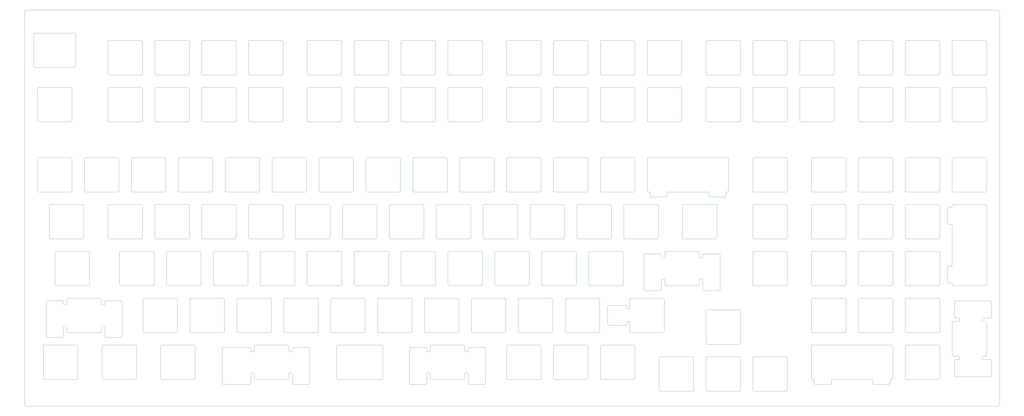
<source format=gbr>
%TF.GenerationSoftware,KiCad,Pcbnew,7.0.1*%
%TF.CreationDate,2023-03-27T00:20:16-04:00*%
%TF.ProjectId,3DP-FR4-hotswap-plate-ANSI,3344502d-4652-4342-9d68-6f7473776170,rev?*%
%TF.SameCoordinates,Original*%
%TF.FileFunction,Profile,NP*%
%FSLAX46Y46*%
G04 Gerber Fmt 4.6, Leading zero omitted, Abs format (unit mm)*
G04 Created by KiCad (PCBNEW 7.0.1) date 2023-03-27 00:20:16*
%MOMM*%
%LPD*%
G01*
G04 APERTURE LIST*
%TA.AperFunction,Profile*%
%ADD10C,0.100000*%
%TD*%
%TA.AperFunction,Profile*%
%ADD11C,0.050000*%
%TD*%
G04 APERTURE END LIST*
D10*
X209263000Y-45425000D02*
G75*
G03*
X209763000Y-44925000I0J500000D01*
G01*
X377238000Y-12375000D02*
G75*
G03*
X376738000Y-12875000I0J-500000D01*
G01*
X7644250Y-136700000D02*
X7644250Y-149700000D01*
X180688000Y-93050000D02*
G75*
G03*
X181188000Y-92550000I0J500000D01*
G01*
X143875500Y-117150000D02*
G75*
G03*
X143375500Y-117650000I0J-500000D01*
G01*
X260556750Y-112100000D02*
X273556750Y-112100000D01*
X128300500Y-26375000D02*
X115300500Y-26375000D01*
X114800500Y-44925000D02*
G75*
G03*
X115300500Y-45425000I500000J0D01*
G01*
X134350500Y-12375000D02*
X147350500Y-12375000D01*
X333588000Y-79550000D02*
G75*
G03*
X333088000Y-79050000I-500000J0D01*
G01*
X200525500Y-130650000D02*
X200525500Y-117650000D01*
X156868799Y-137199999D02*
G75*
G03*
X156368799Y-137699999I1J-500001D01*
G01*
X104488000Y-93050000D02*
X91488000Y-93050000D01*
X115300500Y-45425000D02*
X128300500Y-45425000D01*
X66888000Y-92550000D02*
X66888000Y-79550000D01*
X371188000Y-112100000D02*
G75*
G03*
X371688000Y-111600000I0J500000D01*
G01*
X377738000Y-118737000D02*
X377738000Y-124737000D01*
X358188000Y-60000000D02*
G75*
G03*
X357688000Y-60500000I0J-500000D01*
G01*
X233863000Y-44925000D02*
X233863000Y-31925000D01*
X196263000Y-150200000D02*
X209263000Y-150200000D01*
X157663000Y-73500000D02*
G75*
G03*
X158163000Y-74000000I500000J0D01*
G01*
X376738000Y-44925000D02*
G75*
G03*
X377238000Y-45425000I500000J0D01*
G01*
X309775500Y-31925000D02*
G75*
G03*
X309275500Y-31425000I-500000J0D01*
G01*
X124038000Y-79550000D02*
G75*
G03*
X123538000Y-79050000I-500000J0D01*
G01*
X257675500Y-154462500D02*
G75*
G03*
X258175500Y-154962500I500000J0D01*
G01*
X377238000Y-140675000D02*
X379238000Y-140675000D01*
X26406750Y-98600000D02*
X26406750Y-111600000D01*
X358188000Y-150200000D02*
X371188000Y-150200000D01*
X243100500Y-98600000D02*
X243100500Y-111600000D01*
X261000000Y-74000000D02*
X261000000Y-75500000D01*
X91488000Y-31425000D02*
G75*
G03*
X90988000Y-31925000I0J-500000D01*
G01*
X320088000Y-79050000D02*
X333088000Y-79050000D01*
X37813000Y-74000000D02*
G75*
G03*
X38313000Y-73500000I0J500000D01*
G01*
X118775500Y-131149999D02*
G75*
G03*
X119275499Y-130649999I0J499999D01*
G01*
X38313000Y-60500000D02*
G75*
G03*
X37813000Y-60000000I-500000J0D01*
G01*
X9231250Y-118150000D02*
X15231250Y-118150000D01*
X295775500Y-111600000D02*
G75*
G03*
X296275500Y-112100000I500000J0D01*
G01*
X247863000Y-60500000D02*
X247863000Y-73500000D01*
X152900500Y-44925000D02*
G75*
G03*
X153400500Y-45425000I500000J0D01*
G01*
X375238000Y-111013000D02*
X376438000Y-111013000D01*
X395000000Y-161000000D02*
X1000000Y-161000000D01*
X104988000Y-31925000D02*
X104988000Y-44925000D01*
X181975500Y-117150000D02*
G75*
G03*
X181475500Y-117650000I0J-500000D01*
G01*
X52600500Y-98600000D02*
G75*
G03*
X52100500Y-98100000I-500000J0D01*
G01*
X246269250Y-117149950D02*
G75*
G03*
X245769250Y-117650000I50J-500050D01*
G01*
X233075500Y-117150000D02*
X220075500Y-117150000D01*
X267200499Y-79550000D02*
X267200499Y-92550000D01*
X276725499Y-135412501D02*
G75*
G03*
X277225500Y-135912501I500001J1D01*
G01*
X71938000Y-44925000D02*
G75*
G03*
X72438000Y-45425000I500000J0D01*
G01*
X377238000Y-79050000D02*
G75*
G03*
X376738000Y-79550000I0J-500000D01*
G01*
X104488000Y-12375000D02*
X91488000Y-12375000D01*
X17169250Y-128650000D02*
X17169250Y-130650000D01*
X5763000Y-60000000D02*
G75*
G03*
X5263000Y-60500000I0J-500000D01*
G01*
X31369254Y-128449999D02*
X32407250Y-128450000D01*
X115300500Y-98100000D02*
G75*
G03*
X114800500Y-98600000I0J-500000D01*
G01*
X15731250Y-118650000D02*
X15731250Y-119650000D01*
X258118750Y-114100051D02*
G75*
G03*
X258618751Y-113600001I-50J500051D01*
G01*
X277225500Y-12375000D02*
G75*
G03*
X276725500Y-12875000I0J-500000D01*
G01*
X108807299Y-137699999D02*
X108807299Y-138699999D01*
X85438000Y-12375000D02*
X72438000Y-12375000D01*
X396000000Y-1000000D02*
G75*
G03*
X395000000Y0I-1000000J0D01*
G01*
X186744799Y-152199999D02*
G75*
G03*
X187244799Y-151699999I1J499999D01*
G01*
X338638000Y-111600000D02*
X338638000Y-98600000D01*
X185450500Y-45425000D02*
G75*
G03*
X185950500Y-44925000I0J500000D01*
G01*
X333588000Y-130650000D02*
X333588000Y-117650000D01*
X266413000Y-45425000D02*
G75*
G03*
X266913000Y-44925000I0J500000D01*
G01*
X371688000Y-31925000D02*
G75*
G03*
X371188000Y-31425000I-500000J0D01*
G01*
X134350500Y-98100000D02*
G75*
G03*
X133850500Y-98600000I0J-500000D01*
G01*
X47338000Y-79050000D02*
X34338000Y-79050000D01*
X16969247Y-119850046D02*
G75*
G03*
X17169246Y-119650001I-47J200046D01*
G01*
X352638000Y-60500000D02*
X352638000Y-73500000D01*
X152613000Y-73500000D02*
X152613000Y-60500000D01*
X124038000Y-92550000D02*
X124038000Y-79550000D01*
X351551000Y-150500000D02*
X351551000Y-151700000D01*
X379738000Y-141175000D02*
X379738000Y-141613000D01*
X33838000Y-12875000D02*
X33838000Y-25875000D01*
X376738000Y-87437000D02*
G75*
G03*
X376438000Y-87137000I-300000J0D01*
G01*
X10525501Y-79050000D02*
X23525500Y-79050000D01*
X220075500Y-117150000D02*
G75*
G03*
X219575500Y-117650000I0J-500000D01*
G01*
X163568802Y-147500003D02*
G75*
G03*
X163368803Y-147699998I-2J-199997D01*
G01*
X148638000Y-93050000D02*
X161638000Y-93050000D01*
X371688000Y-130650000D02*
X371688000Y-117650000D01*
X271675500Y-154462500D02*
X271675500Y-141462500D01*
X258618800Y-100600001D02*
G75*
G03*
X258818750Y-100800000I199900J-99D01*
G01*
X243388000Y-79550000D02*
X243388000Y-92550000D01*
X233863000Y-73500000D02*
G75*
G03*
X234363000Y-74000000I500000J0D01*
G01*
X379738000Y-141175000D02*
G75*
G03*
X379238000Y-140675000I-500000J0D01*
G01*
X390738000Y-31925000D02*
X390738000Y-44925000D01*
X377238000Y-126675000D02*
G75*
G03*
X376738000Y-127175000I0J-500000D01*
G01*
X185450500Y-12375000D02*
X172450500Y-12375000D01*
X357688000Y-136700000D02*
X357688000Y-149700000D01*
X333588000Y-117650000D02*
G75*
G03*
X333088000Y-117150000I-500000J0D01*
G01*
X276725500Y-154462500D02*
X276725500Y-141462500D01*
X107569302Y-147500003D02*
G75*
G03*
X107369303Y-147699998I-2J-199997D01*
G01*
X85938000Y-31925000D02*
G75*
G03*
X85438000Y-31425000I-500000J0D01*
G01*
X67175500Y-130650000D02*
X67175500Y-117650000D01*
X234363000Y-12375000D02*
X247363000Y-12375000D01*
X148638000Y-79050000D02*
G75*
G03*
X148138000Y-79550000I0J-500000D01*
G01*
X81175500Y-117650000D02*
G75*
G03*
X80675500Y-117150000I-500000J0D01*
G01*
X163368801Y-138700000D02*
G75*
G03*
X163568799Y-138899999I199999J0D01*
G01*
X1000000Y0D02*
G75*
G03*
X0Y-1000000I0J-1000000D01*
G01*
X47838000Y-92550000D02*
X47838000Y-79550000D01*
X284876000Y-74000000D02*
X284876000Y-75500000D01*
X185450500Y-98100000D02*
X172450500Y-98100000D01*
X205000500Y-98600000D02*
G75*
G03*
X204500500Y-98100000I-500000J0D01*
G01*
X374738000Y-104513000D02*
X374738000Y-110513000D01*
X185450500Y-26375000D02*
G75*
G03*
X185950500Y-25875000I0J500000D01*
G01*
X376738000Y-73500000D02*
G75*
G03*
X377238000Y-74000000I500000J0D01*
G01*
X76413000Y-60500000D02*
G75*
G03*
X75913000Y-60000000I-500000J0D01*
G01*
X320088000Y-117150000D02*
G75*
G03*
X319588000Y-117650000I0J-500000D01*
G01*
X162138000Y-79550000D02*
G75*
G03*
X161638000Y-79050000I-500000J0D01*
G01*
X296275500Y-93050000D02*
X309275500Y-93050000D01*
X34338000Y-93050000D02*
X47338000Y-93050000D01*
X81463000Y-73500000D02*
X81463000Y-60500000D01*
X352138000Y-93050000D02*
G75*
G03*
X352638000Y-92550000I0J500000D01*
G01*
X33838000Y-25875000D02*
G75*
G03*
X34338000Y-26375000I500000J0D01*
G01*
X390738000Y-127175000D02*
G75*
G03*
X390238000Y-126675000I-500000J0D01*
G01*
X166900500Y-98600000D02*
X166900500Y-111600000D01*
X285963000Y-60500000D02*
G75*
G03*
X285463000Y-60000000I-500000J0D01*
G01*
X25906750Y-112099950D02*
G75*
G03*
X26406750Y-111600000I50J499950D01*
G01*
X390738000Y-12875000D02*
G75*
G03*
X390238000Y-12375000I-500000J0D01*
G01*
X396000000Y-1000000D02*
X396000000Y-160000000D01*
X176713000Y-73500000D02*
G75*
G03*
X177213000Y-74000000I500000J0D01*
G01*
X12406750Y-98600000D02*
X12406750Y-111600000D01*
X290225500Y-45425000D02*
G75*
G03*
X290725500Y-44925000I0J500000D01*
G01*
X309775500Y-79550000D02*
G75*
G03*
X309275500Y-79050000I-500000J0D01*
G01*
X123538000Y-93050000D02*
G75*
G03*
X124038000Y-92550000I0J500000D01*
G01*
X148138000Y-79550000D02*
X148138000Y-92550000D01*
X72438000Y-31425000D02*
X85438000Y-31425000D01*
X285463000Y-74000000D02*
G75*
G03*
X285963000Y-73500000I0J500000D01*
G01*
X296275500Y-140962500D02*
X309275500Y-140962500D01*
X105775500Y-117150000D02*
G75*
G03*
X105275500Y-117650000I0J-500000D01*
G01*
X66388000Y-93050000D02*
G75*
G03*
X66888000Y-92550000I0J500000D01*
G01*
X57363000Y-60500000D02*
G75*
G03*
X56863000Y-60000000I-500000J0D01*
G01*
X390238000Y-26375000D02*
X377238000Y-26375000D01*
X358188000Y-12375000D02*
G75*
G03*
X357688000Y-12875000I0J-500000D01*
G01*
X220075500Y-131150000D02*
X233075500Y-131150000D01*
X339138000Y-12375000D02*
X352138000Y-12375000D01*
X52888000Y-25875000D02*
G75*
G03*
X53388000Y-26375000I500000J0D01*
G01*
X253413000Y-12375000D02*
X266413000Y-12375000D01*
X352638000Y-98600000D02*
X352638000Y-111600000D01*
X256888000Y-93050000D02*
G75*
G03*
X257388000Y-92550000I0J500000D01*
G01*
X57650500Y-98600000D02*
X57650500Y-111600000D01*
X224050500Y-98600000D02*
X224050500Y-111600000D01*
X81963000Y-60000000D02*
G75*
G03*
X81463000Y-60500000I0J-500000D01*
G01*
X377738000Y-124737000D02*
G75*
G03*
X378238000Y-125237000I500000J0D01*
G01*
X94963000Y-74000000D02*
G75*
G03*
X95463000Y-73500000I0J500000D01*
G01*
X333088000Y-74000000D02*
X320088000Y-74000000D01*
X34338000Y-26375000D02*
X47338000Y-26375000D01*
X259269250Y-117150000D02*
X246269250Y-117150000D01*
X120063000Y-60000000D02*
G75*
G03*
X119563000Y-60500000I0J-500000D01*
G01*
X214813000Y-25875000D02*
G75*
G03*
X215313000Y-26375000I500000J0D01*
G01*
X275494799Y-113600000D02*
G75*
G03*
X275994749Y-114100001I499901J-100D01*
G01*
X271175500Y-154962500D02*
G75*
G03*
X271675500Y-154462500I0J500000D01*
G01*
X107369299Y-136699999D02*
X107369299Y-138699999D01*
X320088000Y-98100000D02*
G75*
G03*
X319588000Y-98600000I0J-500000D01*
G01*
X195475500Y-117650000D02*
X195475500Y-130650000D01*
X166400500Y-112100000D02*
G75*
G03*
X166900500Y-111600000I0J500000D01*
G01*
X166900500Y-12875000D02*
G75*
G03*
X166400500Y-12375000I-500000J0D01*
G01*
X327175000Y-152200000D02*
G75*
G03*
X327675000Y-151700000I0J500000D01*
G01*
X224338000Y-92550000D02*
G75*
G03*
X224838000Y-93050000I500000J0D01*
G01*
X8144250Y-136200000D02*
X21144250Y-136200000D01*
X80206750Y-137700000D02*
X80206750Y-151700000D01*
X85938000Y-31925000D02*
X85938000Y-44925000D01*
X101013000Y-60000000D02*
G75*
G03*
X100513000Y-60500000I0J-500000D01*
G01*
X377238000Y-112100000D02*
X390238000Y-112100000D01*
X309275500Y-79050000D02*
X296275500Y-79050000D01*
X138613000Y-73500000D02*
G75*
G03*
X139113000Y-74000000I500000J0D01*
G01*
X133850500Y-44925000D02*
X133850500Y-31925000D01*
X91488000Y-26375000D02*
X104488000Y-26375000D01*
X295775500Y-92550000D02*
G75*
G03*
X296275500Y-93050000I500000J0D01*
G01*
X258818753Y-109400054D02*
G75*
G03*
X258618754Y-109599999I-53J-199946D01*
G01*
X93369299Y-136699999D02*
X93369299Y-138699999D01*
X108607296Y-138899995D02*
G75*
G03*
X108807295Y-138700000I4J199995D01*
G01*
X31369253Y-128450054D02*
G75*
G03*
X31169254Y-128649999I-53J-199946D01*
G01*
X379238000Y-142113000D02*
X378238000Y-142113000D01*
X114800500Y-25875000D02*
X114800500Y-12875000D01*
X290225500Y-154962500D02*
G75*
G03*
X290725500Y-154462500I0J500000D01*
G01*
X178806801Y-138700000D02*
G75*
G03*
X179006799Y-138899999I199999J0D01*
G01*
X281200500Y-79550000D02*
G75*
G03*
X280700499Y-79050000I-500000J0D01*
G01*
X267700499Y-79049999D02*
G75*
G03*
X267200499Y-79550000I1J-500001D01*
G01*
X376738000Y-140175000D02*
G75*
G03*
X377238000Y-140675000I500000J0D01*
G01*
X163368801Y-137699999D02*
G75*
G03*
X162868799Y-137199999I-500001J-1D01*
G01*
X260556750Y-98100000D02*
X273556750Y-98100000D01*
X71938000Y-92550000D02*
X71938000Y-79550000D01*
X205788000Y-79050000D02*
X218788000Y-79050000D01*
X258818754Y-109399999D02*
X259856750Y-109400000D01*
X390238000Y-79050000D02*
X377238000Y-79050000D01*
X357688000Y-44925000D02*
G75*
G03*
X358188000Y-45425000I500000J0D01*
G01*
X18763000Y-31425000D02*
X5763000Y-31425000D01*
X124825500Y-131150000D02*
X137825500Y-131150000D01*
X114800500Y-31925000D02*
X114800500Y-44925000D01*
X352138000Y-74000000D02*
G75*
G03*
X352638000Y-73500000I0J500000D01*
G01*
X233863000Y-44925000D02*
G75*
G03*
X234363000Y-45425000I500000J0D01*
G01*
X39607250Y-118650000D02*
X39607250Y-119650000D01*
X378238000Y-149113000D02*
X392238000Y-149113000D01*
X389238000Y-125237000D02*
X392238000Y-125237000D01*
X327975000Y-150200000D02*
G75*
G03*
X327675000Y-150500000I0J-300000D01*
G01*
X338638000Y-25875000D02*
G75*
G03*
X339138000Y-26375000I500000J0D01*
G01*
X260500000Y-76000000D02*
X254500000Y-76000000D01*
X105275500Y-130650000D02*
X105275500Y-117650000D01*
X258175500Y-154962500D02*
X271175500Y-154962500D01*
X352638000Y-130650000D02*
X352638000Y-117650000D01*
X138325500Y-117650000D02*
G75*
G03*
X137825500Y-117150000I-500000J0D01*
G01*
X124325500Y-117650000D02*
X124325500Y-130650000D01*
X252118750Y-114100000D02*
X258118750Y-114100000D01*
X32407247Y-119849946D02*
G75*
G03*
X32607246Y-119650001I53J199946D01*
G01*
X129588000Y-79050000D02*
G75*
G03*
X129088000Y-79550000I0J-500000D01*
G01*
X172450500Y-98100000D02*
G75*
G03*
X171950500Y-98600000I0J-500000D01*
G01*
X276725500Y-25875000D02*
X276725500Y-12875000D01*
X328825502Y-12875000D02*
G75*
G03*
X328325502Y-12374998I-500002J0D01*
G01*
X33838000Y-44925000D02*
G75*
G03*
X34338000Y-45425000I500000J0D01*
G01*
X275994750Y-114100000D02*
X281994750Y-114100000D01*
X39607250Y-132650000D02*
X39607250Y-119650000D01*
X390238000Y-45425000D02*
X377238000Y-45425000D01*
X95750499Y-111600000D02*
X95750499Y-98600000D01*
X76700500Y-111600000D02*
X76700499Y-98600000D01*
X309775500Y-111600000D02*
X309775500Y-98600000D01*
X390238000Y-112100000D02*
G75*
G03*
X390738000Y-111600000I0J500000D01*
G01*
X219288000Y-79550000D02*
X219288000Y-92550000D01*
X309775500Y-12875000D02*
X309775500Y-25875000D01*
X53388000Y-31425000D02*
G75*
G03*
X52888000Y-31925000I0J-500000D01*
G01*
X164806801Y-147699998D02*
G75*
G03*
X164606799Y-147499999I-200001J-2D01*
G01*
X138613000Y-60500000D02*
X138613000Y-73500000D01*
X234363000Y-136200000D02*
X247363000Y-136200000D01*
X191000500Y-98600000D02*
X191000500Y-111600000D01*
X274056750Y-98600000D02*
X274056750Y-100600000D01*
X8731300Y-132650000D02*
G75*
G03*
X9231250Y-133150000I500000J0D01*
G01*
X85938000Y-25875000D02*
X85938000Y-12875000D01*
X314825500Y-25875000D02*
X314825500Y-12875000D01*
X5763000Y-60000000D02*
X18763000Y-60000000D01*
X338638000Y-111600000D02*
G75*
G03*
X339138000Y-112100000I500000J0D01*
G01*
X10025500Y-92550000D02*
X10025501Y-79550000D01*
X128800500Y-12875000D02*
X128800500Y-25875000D01*
X376738000Y-111313000D02*
G75*
G03*
X376438000Y-111013000I-300000J0D01*
G01*
X247863000Y-31925000D02*
X247863000Y-44925000D01*
X20263000Y-23375000D02*
G75*
G03*
X20763000Y-22875000I0J500000D01*
G01*
X139113000Y-74000000D02*
X152113000Y-74000000D01*
X390738000Y-31925000D02*
G75*
G03*
X390238000Y-31425000I-500000J0D01*
G01*
X152900500Y-25875000D02*
G75*
G03*
X153400500Y-26375000I500000J0D01*
G01*
X119563000Y-60500000D02*
X119563000Y-73500000D01*
X86225499Y-130650000D02*
G75*
G03*
X86725500Y-131150001I500001J0D01*
G01*
X86725500Y-131150000D02*
X99725500Y-131150000D01*
X187244799Y-151699999D02*
X187244799Y-138699999D01*
X352138000Y-150200000D02*
G75*
G03*
X352638000Y-149700000I0J500000D01*
G01*
X32407246Y-119850001D02*
X31369250Y-119850000D01*
X209763000Y-31925000D02*
G75*
G03*
X209263000Y-31425000I-500000J0D01*
G01*
X52100500Y-112100000D02*
X39100500Y-112100000D01*
X178306799Y-150200000D02*
G75*
G03*
X178806800Y-149700000I1J500000D01*
G01*
X358188000Y-79050000D02*
G75*
G03*
X357688000Y-79550000I0J-500000D01*
G01*
X147350500Y-26375000D02*
X134350500Y-26375000D01*
X4263000Y-9375000D02*
G75*
G03*
X3763000Y-9875000I0J-500000D01*
G01*
X215313000Y-31425000D02*
X228313000Y-31425000D01*
X32607200Y-128649999D02*
G75*
G03*
X32407250Y-128450000I-199900J99D01*
G01*
X378238000Y-118237000D02*
G75*
G03*
X377738000Y-118737000I0J-500000D01*
G01*
X195763000Y-44925000D02*
G75*
G03*
X196263000Y-45425000I500000J0D01*
G01*
X133850500Y-44925000D02*
G75*
G03*
X134350500Y-45425000I500000J0D01*
G01*
X157375500Y-117650000D02*
G75*
G03*
X156875500Y-117150000I-500000J0D01*
G01*
X91431299Y-137199999D02*
X80706750Y-137200000D01*
X333588000Y-60500000D02*
G75*
G03*
X333088000Y-60000000I-500000J0D01*
G01*
X259269250Y-131150050D02*
G75*
G03*
X259769250Y-130650000I-50J500050D01*
G01*
X39107250Y-133150050D02*
G75*
G03*
X39607250Y-132650000I-50J500050D01*
G01*
X352138000Y-112100000D02*
X339138000Y-112100000D01*
X47338000Y-12375000D02*
X34338000Y-12375000D01*
X338638000Y-44925000D02*
X338638000Y-31925000D01*
X392738000Y-124737000D02*
X392738000Y-118737000D01*
X85438000Y-45425000D02*
X72438000Y-45425000D01*
X247363000Y-74000000D02*
G75*
G03*
X247863000Y-73500000I0J500000D01*
G01*
X223550500Y-112100000D02*
G75*
G03*
X224050500Y-111600000I0J500000D01*
G01*
X21644300Y-136700000D02*
G75*
G03*
X21144250Y-136200000I-500100J-100D01*
G01*
X371688000Y-111600000D02*
X371688000Y-98600000D01*
X376738000Y-127175000D02*
X376738000Y-140175000D01*
X333088000Y-93050000D02*
G75*
G03*
X333588000Y-92550000I0J500000D01*
G01*
X20763000Y-9875000D02*
G75*
G03*
X20263000Y-9375000I-500000J0D01*
G01*
X245769200Y-126850000D02*
G75*
G03*
X245569250Y-126650000I-200000J0D01*
G01*
X100225500Y-117650000D02*
G75*
G03*
X99725500Y-117150000I-500000J0D01*
G01*
X110038000Y-79550000D02*
X110038000Y-92550000D01*
X209263000Y-150200000D02*
G75*
G03*
X209763000Y-149700000I0J500000D01*
G01*
X153400500Y-31425000D02*
G75*
G03*
X152900500Y-31925000I0J-500000D01*
G01*
X266913000Y-12875000D02*
X266913000Y-25875000D01*
X171163000Y-74000000D02*
G75*
G03*
X171663000Y-73500000I0J500000D01*
G01*
X185950500Y-12875000D02*
G75*
G03*
X185450500Y-12375000I-500000J0D01*
G01*
X152900500Y-111600000D02*
G75*
G03*
X153400500Y-112100000I500000J0D01*
G01*
X143375500Y-117650000D02*
X143375500Y-130650000D01*
X296275500Y-31425000D02*
G75*
G03*
X295775500Y-31925000I0J-500000D01*
G01*
X209263000Y-74000000D02*
G75*
G03*
X209763000Y-73500000I0J500000D01*
G01*
X205000500Y-111600000D02*
X205000500Y-98600000D01*
X339138000Y-131150000D02*
X352138000Y-131150000D01*
X181475500Y-130650000D02*
G75*
G03*
X181975500Y-131150000I500000J0D01*
G01*
X118775500Y-131150000D02*
X105775500Y-131150000D01*
X205288000Y-92550000D02*
G75*
G03*
X205788000Y-93050000I500000J0D01*
G01*
X153400500Y-12375000D02*
X166400500Y-12375000D01*
X257388000Y-79550000D02*
G75*
G03*
X256888000Y-79050000I-500000J0D01*
G01*
X55269200Y-149700000D02*
G75*
G03*
X55769250Y-150200000I500100J100D01*
G01*
X352638000Y-136700000D02*
G75*
G03*
X352138000Y-136200000I-500000J0D01*
G01*
X52600500Y-98600000D02*
X52600500Y-111600000D01*
X333088000Y-112100000D02*
G75*
G03*
X333588000Y-111600000I0J500000D01*
G01*
X285963000Y-60500000D02*
X285963000Y-73500000D01*
X215313000Y-150200000D02*
X228313000Y-150200000D01*
X164806799Y-147699999D02*
X164806799Y-149699999D01*
X17669250Y-117150000D02*
X30669250Y-117150000D01*
X379238000Y-126675000D02*
G75*
G03*
X379738000Y-126175000I0J500000D01*
G01*
X256888000Y-79050000D02*
X243888000Y-79050000D01*
X127206750Y-136200050D02*
G75*
G03*
X126706750Y-136700000I-50J-499950D01*
G01*
X320375000Y-150200000D02*
X320088000Y-150200000D01*
X12406800Y-111600000D02*
G75*
G03*
X12906750Y-112100000I500000J0D01*
G01*
X47838000Y-12875000D02*
G75*
G03*
X47338000Y-12375000I-500000J0D01*
G01*
X153400500Y-12375000D02*
G75*
G03*
X152900500Y-12875000I0J-500000D01*
G01*
X392238000Y-118237000D02*
X378238000Y-118237000D01*
X233863000Y-25875000D02*
G75*
G03*
X234363000Y-26375000I500000J0D01*
G01*
X147350500Y-45425000D02*
G75*
G03*
X147850500Y-44925000I0J500000D01*
G01*
X224050500Y-98600000D02*
G75*
G03*
X223550500Y-98100000I-500000J0D01*
G01*
X72438000Y-12375000D02*
G75*
G03*
X71938000Y-12875000I0J-500000D01*
G01*
X48625500Y-131150000D02*
X61625500Y-131150000D01*
X390738000Y-140175000D02*
X390738000Y-127175000D01*
X93169295Y-138900000D02*
X92131299Y-138899999D01*
X228813000Y-31925000D02*
G75*
G03*
X228313000Y-31425000I-500000J0D01*
G01*
X171950500Y-111600000D02*
G75*
G03*
X172450500Y-112100000I500000J0D01*
G01*
X273556750Y-112100051D02*
G75*
G03*
X274056751Y-111600001I-50J500051D01*
G01*
X68769250Y-150199950D02*
G75*
G03*
X69269250Y-149700000I50J499950D01*
G01*
X209263000Y-26375000D02*
X196263000Y-26375000D01*
X357688000Y-92550000D02*
G75*
G03*
X358188000Y-93050000I500000J0D01*
G01*
X191500500Y-98100000D02*
G75*
G03*
X191000500Y-98600000I0J-500000D01*
G01*
X33107250Y-133150000D02*
X39107250Y-133150000D01*
X234363000Y-136200000D02*
G75*
G03*
X233863000Y-136700000I0J-500000D01*
G01*
X86725500Y-117150000D02*
G75*
G03*
X86225500Y-117650000I0J-500000D01*
G01*
X90200500Y-112100000D02*
G75*
G03*
X90700500Y-111600000I0J500000D01*
G01*
X371688000Y-136700000D02*
G75*
G03*
X371188000Y-136200000I-500000J0D01*
G01*
X371688000Y-149700000D02*
X371688000Y-136700000D01*
X85438000Y-93050000D02*
X72438000Y-93050000D01*
X32607250Y-132650000D02*
X32607250Y-128650000D01*
X378238000Y-125237000D02*
X379238000Y-125237000D01*
X309275500Y-112100000D02*
G75*
G03*
X309775500Y-111600000I0J500000D01*
G01*
X371188000Y-150200000D02*
G75*
G03*
X371688000Y-149700000I0J500000D01*
G01*
X31169300Y-117650000D02*
G75*
G03*
X30669250Y-117150000I-500100J-100D01*
G01*
X15931254Y-128449999D02*
X16969250Y-128450000D01*
X371188000Y-93050000D02*
G75*
G03*
X371688000Y-92550000I0J500000D01*
G01*
X228313000Y-74000000D02*
G75*
G03*
X228813000Y-73500000I0J500000D01*
G01*
X129588000Y-79050000D02*
X142588000Y-79050000D01*
X90988000Y-25875000D02*
G75*
G03*
X91488000Y-26375000I500000J0D01*
G01*
X104988000Y-31925000D02*
G75*
G03*
X104488000Y-31425000I-500000J0D01*
G01*
X251618700Y-113600000D02*
G75*
G03*
X252118750Y-114100000I500100J100D01*
G01*
X295775500Y-154462500D02*
X295775500Y-141462500D01*
X333088000Y-93050000D02*
X320088000Y-93050000D01*
X352638000Y-12875000D02*
G75*
G03*
X352138000Y-12375000I-500000J0D01*
G01*
X314825500Y-25875000D02*
G75*
G03*
X315325500Y-26375000I500000J0D01*
G01*
X178806799Y-147699999D02*
X178806799Y-149699999D01*
X284376000Y-76000000D02*
X278376000Y-76000000D01*
X379738000Y-125737000D02*
X379738000Y-126175000D01*
X162925500Y-117150000D02*
G75*
G03*
X162425500Y-117650000I0J-500000D01*
G01*
X4263000Y-9375000D02*
X20263000Y-9375000D01*
X171950500Y-25875000D02*
G75*
G03*
X172450500Y-26375000I500000J0D01*
G01*
X157663000Y-60500000D02*
X157663000Y-73500000D01*
X66388000Y-79050000D02*
X53388000Y-79050000D01*
X90988000Y-92550000D02*
X90988000Y-79550000D01*
X166900500Y-12875000D02*
X166900500Y-25875000D01*
X260056799Y-111600000D02*
G75*
G03*
X260556749Y-112100001I499901J-100D01*
G01*
X180244799Y-137699999D02*
X180244799Y-138699999D01*
X62125500Y-130650000D02*
X62125500Y-117650000D01*
X175925500Y-117150000D02*
X162925500Y-117150000D01*
X275994750Y-99100000D02*
X281994750Y-99100000D01*
X358188000Y-93050000D02*
X371188000Y-93050000D01*
X66888000Y-25875000D02*
X66888000Y-12875000D01*
X252913000Y-44925000D02*
G75*
G03*
X253413000Y-45425000I500000J0D01*
G01*
X238338000Y-79550000D02*
G75*
G03*
X237838000Y-79050000I-500000J0D01*
G01*
X71938000Y-25875000D02*
G75*
G03*
X72438000Y-26375000I500000J0D01*
G01*
X171950500Y-98600000D02*
X171950500Y-111600000D01*
X80675500Y-131150000D02*
X67675500Y-131150000D01*
X275494750Y-99600000D02*
X275494750Y-100600000D01*
X161638000Y-79050000D02*
X148638000Y-79050000D01*
X186238000Y-92550000D02*
G75*
G03*
X186738000Y-93050000I500000J0D01*
G01*
X24813000Y-74000000D02*
X37813000Y-74000000D01*
X94963000Y-74000000D02*
X81963000Y-74000000D01*
X5763000Y-31425000D02*
G75*
G03*
X5263000Y-31925000I0J-500000D01*
G01*
X210550500Y-98100000D02*
X223550500Y-98100000D01*
X320088000Y-79050000D02*
G75*
G03*
X319588000Y-79550000I0J-500000D01*
G01*
X186738000Y-79050000D02*
X199738000Y-79050000D01*
X24813000Y-60000000D02*
G75*
G03*
X24313000Y-60500000I0J-500000D01*
G01*
X93369299Y-147699999D02*
X93369299Y-149699999D01*
X338638000Y-92550000D02*
G75*
G03*
X339138000Y-93050000I500000J0D01*
G01*
X296275500Y-12375000D02*
X309275500Y-12375000D01*
X376738000Y-87437000D02*
X376738000Y-103713000D01*
X109750500Y-98600000D02*
G75*
G03*
X109250500Y-98100000I-500000J0D01*
G01*
X277225500Y-140962500D02*
G75*
G03*
X276725500Y-141462500I0J-500000D01*
G01*
X133063000Y-60000000D02*
X120063000Y-60000000D01*
X196263000Y-31425000D02*
G75*
G03*
X195763000Y-31925000I0J-500000D01*
G01*
X180044795Y-138900000D02*
X179006799Y-138899999D01*
X120063000Y-74000000D02*
X133063000Y-74000000D01*
X142588000Y-93050000D02*
G75*
G03*
X143088000Y-92550000I0J500000D01*
G01*
X180244799Y-151699999D02*
X180244799Y-147699999D01*
X9231250Y-133150000D02*
X15231250Y-133150000D01*
X247863000Y-12875000D02*
X247863000Y-25875000D01*
X338638000Y-73500000D02*
G75*
G03*
X339138000Y-74000000I500000J0D01*
G01*
X247363000Y-45425000D02*
G75*
G03*
X247863000Y-44925000I0J500000D01*
G01*
X167688000Y-79050000D02*
G75*
G03*
X167188000Y-79550000I0J-500000D01*
G01*
X333588000Y-79550000D02*
X333588000Y-92550000D01*
X392738000Y-118737000D02*
G75*
G03*
X392238000Y-118237000I-500000J0D01*
G01*
X309775500Y-44925000D02*
X309775500Y-31925000D01*
X91488000Y-79050000D02*
G75*
G03*
X90988000Y-79550000I0J-500000D01*
G01*
X90988000Y-12875000D02*
X90988000Y-25875000D01*
X276725500Y-44925000D02*
G75*
G03*
X277225500Y-45425000I500000J0D01*
G01*
X32607299Y-132650000D02*
G75*
G03*
X33107249Y-133150001I499901J-100D01*
G01*
X12906750Y-98099950D02*
G75*
G03*
X12406750Y-98600000I50J-500050D01*
G01*
X43863000Y-60000000D02*
X56863000Y-60000000D01*
X371188000Y-136200000D02*
X358188000Y-136200000D01*
X371188000Y-45425000D02*
G75*
G03*
X371688000Y-44925000I0J500000D01*
G01*
X260056750Y-109600000D02*
X260056750Y-111600000D01*
X233075500Y-131150000D02*
G75*
G03*
X233575500Y-130650000I0J500000D01*
G01*
X85438000Y-93050000D02*
G75*
G03*
X85938000Y-92550000I0J500000D01*
G01*
X352138000Y-79050000D02*
X339138000Y-79050000D01*
X109307299Y-152199999D02*
X115307299Y-152199999D01*
X209263000Y-60000000D02*
X196263000Y-60000000D01*
X90988000Y-44925000D02*
G75*
G03*
X91488000Y-45425000I500000J0D01*
G01*
X390738000Y-111600000D02*
X390738000Y-79550000D01*
X106869299Y-150200000D02*
G75*
G03*
X107369300Y-149700000I1J500000D01*
G01*
X91488000Y-31425000D02*
X104488000Y-31425000D01*
X8144250Y-150200000D02*
X21144250Y-150200000D01*
X274056750Y-109600000D02*
X274056750Y-111600000D01*
X228313000Y-45425000D02*
X215313000Y-45425000D01*
X126706750Y-136700000D02*
X126706750Y-149700000D01*
X352138000Y-26375000D02*
X339138000Y-26375000D01*
X15231250Y-133149951D02*
G75*
G03*
X15731251Y-132650001I50J499951D01*
G01*
X147850500Y-12875000D02*
X147850500Y-25875000D01*
X115300500Y-12375000D02*
X128300500Y-12375000D01*
X371188000Y-98100000D02*
X358188000Y-98100000D01*
X66888000Y-79550000D02*
G75*
G03*
X66388000Y-79050000I-500000J0D01*
G01*
X185950500Y-31925000D02*
G75*
G03*
X185450500Y-31425000I-500000J0D01*
G01*
X390738000Y-79550000D02*
G75*
G03*
X390238000Y-79050000I-500000J0D01*
G01*
X109307299Y-137199999D02*
G75*
G03*
X108807299Y-137699999I1J-500001D01*
G01*
X72438000Y-26375000D02*
X85438000Y-26375000D01*
X114800500Y-98600000D02*
X114800500Y-111600000D01*
X376738000Y-25875000D02*
G75*
G03*
X377238000Y-26375000I500000J0D01*
G01*
X166900500Y-98600000D02*
G75*
G03*
X166400500Y-98100000I-500000J0D01*
G01*
X5263000Y-73500000D02*
X5263000Y-60500000D01*
X114513000Y-73500000D02*
X114513000Y-60500000D01*
X344551000Y-150500000D02*
G75*
G03*
X344251000Y-150200000I-300000J0D01*
G01*
X55769250Y-136200000D02*
X68769250Y-136200000D01*
X104988000Y-12875000D02*
G75*
G03*
X104488000Y-12375000I-500000J0D01*
G01*
X339138000Y-31425000D02*
G75*
G03*
X338638000Y-31925000I0J-500000D01*
G01*
X223550500Y-112100000D02*
X210550500Y-112100000D01*
X215313000Y-12375000D02*
X228313000Y-12375000D01*
X19263000Y-60500000D02*
G75*
G03*
X18763000Y-60000000I-500000J0D01*
G01*
X271175500Y-140962500D02*
X258175500Y-140962500D01*
X99725500Y-117150000D02*
X86725500Y-117150000D01*
X328825500Y-31925000D02*
X328825500Y-44925000D01*
X171663000Y-60500000D02*
G75*
G03*
X171163000Y-60000000I-500000J0D01*
G01*
X319588000Y-149700000D02*
G75*
G03*
X320088000Y-150200000I500000J0D01*
G01*
X290725500Y-141462500D02*
G75*
G03*
X290225500Y-140962500I-500000J0D01*
G01*
X376738000Y-111600000D02*
G75*
G03*
X377238000Y-112100000I500000J0D01*
G01*
X358188000Y-31425000D02*
X371188000Y-31425000D01*
X176713000Y-73500000D02*
X176713000Y-60500000D01*
X290225500Y-26375000D02*
X277225500Y-26375000D01*
X237838000Y-93050000D02*
X224838000Y-93050000D01*
X171950500Y-44925000D02*
G75*
G03*
X172450500Y-45425000I500000J0D01*
G01*
X45456800Y-136700000D02*
G75*
G03*
X44956750Y-136200000I-500100J-100D01*
G01*
X320675000Y-150500000D02*
G75*
G03*
X320375000Y-150200000I-300000J0D01*
G01*
X357688000Y-130650000D02*
G75*
G03*
X358188000Y-131150000I500000J0D01*
G01*
X85438000Y-26375000D02*
G75*
G03*
X85938000Y-25875000I0J500000D01*
G01*
X152900500Y-25875000D02*
X152900500Y-12875000D01*
X327675000Y-150500000D02*
X327675000Y-151700000D01*
X245569250Y-121650050D02*
G75*
G03*
X245769250Y-121450000I-50J200050D01*
G01*
X252913000Y-25875000D02*
X252913000Y-12875000D01*
X315325500Y-31425000D02*
G75*
G03*
X314825500Y-31925000I0J-500000D01*
G01*
X333088000Y-117150000D02*
X320088000Y-117150000D01*
X296275500Y-45425000D02*
X309275500Y-45425000D01*
X195475500Y-117650000D02*
G75*
G03*
X194975500Y-117150000I-500000J0D01*
G01*
X228813000Y-73500000D02*
X228813000Y-60500000D01*
X228813000Y-12875000D02*
X228813000Y-25875000D01*
X215313000Y-136200000D02*
G75*
G03*
X214813000Y-136700000I0J-500000D01*
G01*
X258175500Y-140962500D02*
G75*
G03*
X257675500Y-141462500I0J-500000D01*
G01*
X266413000Y-26375000D02*
X253413000Y-26375000D01*
X145469300Y-136700000D02*
G75*
G03*
X144969250Y-136200000I-500100J-100D01*
G01*
X209763000Y-73500000D02*
X209763000Y-60500000D01*
X133563000Y-73500000D02*
X133563000Y-60500000D01*
X10525501Y-79050001D02*
G75*
G03*
X10025501Y-79550000I-1J-499999D01*
G01*
X371188000Y-26375000D02*
G75*
G03*
X371688000Y-25875000I0J500000D01*
G01*
X39100500Y-98100000D02*
G75*
G03*
X38600500Y-98600000I0J-500000D01*
G01*
X101013000Y-74000000D02*
X114013000Y-74000000D01*
X31169250Y-117650000D02*
X31169250Y-119650000D01*
X76700500Y-111600000D02*
G75*
G03*
X77200500Y-112100000I500000J0D01*
G01*
X171950500Y-12875000D02*
X171950500Y-25875000D01*
X166400500Y-45425000D02*
X153400500Y-45425000D01*
X147350500Y-26375000D02*
G75*
G03*
X147850500Y-25875000I0J500000D01*
G01*
X320088000Y-60000000D02*
X333088000Y-60000000D01*
X233863000Y-73500000D02*
X233863000Y-60500000D01*
X395000000Y-161000000D02*
G75*
G03*
X396000000Y-160000000I0J1000000D01*
G01*
X47338000Y-26375000D02*
G75*
G03*
X47838000Y-25875000I0J500000D01*
G01*
X119563000Y-73500000D02*
G75*
G03*
X120063000Y-74000000I500000J0D01*
G01*
X33838000Y-44925000D02*
X33838000Y-31925000D01*
X275494750Y-113600000D02*
X275494750Y-109600000D01*
X16969246Y-119850001D02*
X15931250Y-119850000D01*
X52888000Y-44925000D02*
X52888000Y-31925000D01*
X253413000Y-45425000D02*
X266413000Y-45425000D01*
X75913000Y-74000000D02*
G75*
G03*
X76413000Y-73500000I0J500000D01*
G01*
X275294747Y-100799946D02*
G75*
G03*
X275494746Y-100600001I53J199946D01*
G01*
X56863000Y-74000000D02*
X43863000Y-74000000D01*
X371188000Y-117150000D02*
X358188000Y-117150000D01*
X295775500Y-25875000D02*
G75*
G03*
X296275500Y-26375000I500000J0D01*
G01*
X75913000Y-60000000D02*
X62913000Y-60000000D01*
X129088000Y-92550000D02*
X129088000Y-79550000D01*
X277225500Y-45425000D02*
X290225500Y-45425000D01*
X195763000Y-149700000D02*
G75*
G03*
X196263000Y-150200000I500000J0D01*
G01*
X109307299Y-137199999D02*
X115307299Y-137199999D01*
X276725500Y-25875000D02*
G75*
G03*
X277225500Y-26375000I500000J0D01*
G01*
X388738000Y-126175000D02*
G75*
G03*
X389238000Y-126675000I500000J0D01*
G01*
X165306799Y-136199999D02*
G75*
G03*
X164806799Y-136699999I1J-500001D01*
G01*
X53388000Y-31425000D02*
X66388000Y-31425000D01*
X163368799Y-137699999D02*
X163368799Y-138699999D01*
X128300500Y-98100000D02*
X115300500Y-98100000D01*
X328325500Y-26374999D02*
G75*
G03*
X328825499Y-25874999I0J499999D01*
G01*
X5263000Y-44925000D02*
G75*
G03*
X5763000Y-45425000I500000J0D01*
G01*
X357688000Y-73500000D02*
G75*
G03*
X358188000Y-74000000I500000J0D01*
G01*
X190713000Y-60500000D02*
G75*
G03*
X190213000Y-60000000I-500000J0D01*
G01*
X277876000Y-75500000D02*
G75*
G03*
X278376000Y-76000000I500000J0D01*
G01*
X276725500Y-154462500D02*
G75*
G03*
X277225500Y-154962500I500000J0D01*
G01*
X320088000Y-136200000D02*
G75*
G03*
X319588000Y-136700000I0J-500000D01*
G01*
X80706750Y-137200050D02*
G75*
G03*
X80206750Y-137700000I-50J-499950D01*
G01*
X295775500Y-98600000D02*
X295775500Y-111600000D01*
X376438000Y-104013000D02*
G75*
G03*
X376738000Y-103713000I0J300000D01*
G01*
X219575500Y-130650000D02*
G75*
G03*
X220075500Y-131150000I500000J0D01*
G01*
X200525500Y-130650000D02*
G75*
G03*
X201025500Y-131150000I500000J0D01*
G01*
X115300500Y-12375000D02*
G75*
G03*
X114800500Y-12875000I0J-500000D01*
G01*
X90200500Y-112100000D02*
X77200500Y-112100000D01*
X290225500Y-121912501D02*
X277225500Y-121912501D01*
X352638000Y-117650000D02*
G75*
G03*
X352138000Y-117150000I-500000J0D01*
G01*
X259769200Y-117650000D02*
G75*
G03*
X259269250Y-117150000I-500000J0D01*
G01*
X152900500Y-111600000D02*
X152900500Y-98600000D01*
X371688000Y-92550000D02*
X371688000Y-79550000D01*
X179006803Y-147499998D02*
X180044799Y-147499999D01*
X23525500Y-93050000D02*
G75*
G03*
X24025500Y-92550000I0J500000D01*
G01*
X171163000Y-60000000D02*
X158163000Y-60000000D01*
X93369301Y-147699998D02*
G75*
G03*
X93169299Y-147499999I-200001J-2D01*
G01*
X171950500Y-44925000D02*
X171950500Y-31925000D01*
X72438000Y-31425000D02*
G75*
G03*
X71938000Y-31925000I0J-500000D01*
G01*
X187244799Y-137699999D02*
X187244799Y-138699999D01*
X389238000Y-140675000D02*
G75*
G03*
X388738000Y-141175000I0J-500000D01*
G01*
X162925500Y-131150000D02*
X175925500Y-131150000D01*
X333588000Y-60500000D02*
X333588000Y-73500000D01*
X339138000Y-31425000D02*
X352138000Y-31425000D01*
X290725500Y-141462500D02*
X290725500Y-154462500D01*
X209263000Y-31425000D02*
X196263000Y-31425000D01*
X152900500Y-44925000D02*
X152900500Y-31925000D01*
X31456750Y-136700000D02*
X31456750Y-149700000D01*
X351851000Y-150200000D02*
G75*
G03*
X351551000Y-150500000I0J-300000D01*
G01*
X258618750Y-99600000D02*
X258618750Y-100600000D01*
X133850500Y-98600000D02*
X133850500Y-111600000D01*
X66388000Y-45425000D02*
G75*
G03*
X66888000Y-44925000I0J500000D01*
G01*
X229600500Y-98100000D02*
X242600500Y-98100000D01*
X110538000Y-93050000D02*
X123538000Y-93050000D01*
X252118750Y-99100000D02*
X258118750Y-99100000D01*
X52888000Y-12875000D02*
X52888000Y-25875000D01*
X374738000Y-80637000D02*
X374738000Y-86637000D01*
X218788000Y-93050000D02*
G75*
G03*
X219288000Y-92550000I0J500000D01*
G01*
X357688000Y-111600000D02*
G75*
G03*
X358188000Y-112100000I500000J0D01*
G01*
X157375500Y-130650000D02*
X157375500Y-117650000D01*
X47338000Y-93050000D02*
G75*
G03*
X47838000Y-92550000I0J500000D01*
G01*
X319588000Y-73500000D02*
G75*
G03*
X320088000Y-74000000I500000J0D01*
G01*
X371688000Y-79550000D02*
G75*
G03*
X371188000Y-79050000I-500000J0D01*
G01*
X147850500Y-12875000D02*
G75*
G03*
X147350500Y-12375000I-500000J0D01*
G01*
X242600500Y-112100000D02*
X229600500Y-112100000D01*
X104488000Y-26375000D02*
G75*
G03*
X104988000Y-25875000I0J500000D01*
G01*
X108807299Y-151699999D02*
X108807299Y-147699999D01*
X176425500Y-117650000D02*
G75*
G03*
X175925500Y-117150000I-500000J0D01*
G01*
X128800500Y-98600000D02*
G75*
G03*
X128300500Y-98100000I-500000J0D01*
G01*
X234363000Y-31425000D02*
X247363000Y-31425000D01*
X34338000Y-79050000D02*
G75*
G03*
X33838000Y-79550000I0J-500000D01*
G01*
X190713000Y-60500000D02*
X190713000Y-73500000D01*
X45456750Y-136700000D02*
X45456750Y-149700000D01*
X37813000Y-60000000D02*
X24813000Y-60000000D01*
X129088000Y-92550000D02*
G75*
G03*
X129588000Y-93050000I500000J0D01*
G01*
X228313000Y-150200000D02*
G75*
G03*
X228813000Y-149700000I0J500000D01*
G01*
X71150500Y-98100000D02*
X58150500Y-98100000D01*
X180744799Y-152199999D02*
X186744799Y-152199999D01*
X376738000Y-111313000D02*
X376738000Y-111600000D01*
X295775500Y-31925000D02*
X295775500Y-44925000D01*
X357688000Y-117650000D02*
X357688000Y-130650000D01*
X186738000Y-79050000D02*
G75*
G03*
X186238000Y-79550000I0J-500000D01*
G01*
X52888000Y-44925000D02*
G75*
G03*
X53388000Y-45425000I500000J0D01*
G01*
X309275500Y-98100000D02*
X296275500Y-98100000D01*
X109250500Y-112100000D02*
X96250500Y-112100000D01*
X352638000Y-12875000D02*
X352638000Y-25875000D01*
X190213000Y-74000000D02*
G75*
G03*
X190713000Y-73500000I0J500000D01*
G01*
X31956750Y-150200000D02*
X44956750Y-150200000D01*
X290725499Y-122412501D02*
G75*
G03*
X290225500Y-121912501I-499999J1D01*
G01*
X33107250Y-118150000D02*
X39107250Y-118150000D01*
X67675500Y-117150000D02*
G75*
G03*
X67175500Y-117650000I0J-500000D01*
G01*
X185950500Y-111600000D02*
X185950500Y-98600000D01*
X172450500Y-12375000D02*
G75*
G03*
X171950500Y-12875000I0J-500000D01*
G01*
X194975500Y-131150000D02*
X181975500Y-131150000D01*
X309775500Y-141462500D02*
X309775500Y-154462500D01*
X177213000Y-60000000D02*
G75*
G03*
X176713000Y-60500000I0J-500000D01*
G01*
X91431299Y-152200000D02*
G75*
G03*
X91931300Y-151700000I1J500000D01*
G01*
X339138000Y-93050000D02*
X352138000Y-93050000D01*
X214525500Y-117650000D02*
X214525500Y-130650000D01*
X81463000Y-73500000D02*
G75*
G03*
X81963000Y-74000000I500000J0D01*
G01*
X228313000Y-26375000D02*
X215313000Y-26375000D01*
X352138000Y-112100000D02*
G75*
G03*
X352638000Y-111600000I0J500000D01*
G01*
X251618750Y-99600000D02*
X251618750Y-113600000D01*
X314825500Y-44925000D02*
G75*
G03*
X315325500Y-45425000I500000J0D01*
G01*
X390238000Y-26375000D02*
G75*
G03*
X390738000Y-25875000I0J500000D01*
G01*
X71938000Y-92550000D02*
G75*
G03*
X72438000Y-93050000I500000J0D01*
G01*
X260556750Y-98099950D02*
G75*
G03*
X260056750Y-98600000I50J-500050D01*
G01*
X24313000Y-60500000D02*
X24313000Y-73500000D01*
X371188000Y-45425000D02*
X358188000Y-45425000D01*
X191500500Y-112100000D02*
X204500500Y-112100000D01*
X374738000Y-86637000D02*
G75*
G03*
X375238000Y-87137000I500000J0D01*
G01*
X338638000Y-117650000D02*
X338638000Y-130650000D01*
X358188000Y-136200000D02*
G75*
G03*
X357688000Y-136700000I0J-500000D01*
G01*
X357688000Y-60500000D02*
X357688000Y-73500000D01*
X247363000Y-45425000D02*
X234363000Y-45425000D01*
X296275500Y-98100000D02*
G75*
G03*
X295775500Y-98600000I0J-500000D01*
G01*
X388738000Y-126175000D02*
X388738000Y-125737000D01*
X10025500Y-92550000D02*
G75*
G03*
X10525500Y-93050000I500000J0D01*
G01*
X90700500Y-98600000D02*
G75*
G03*
X90200500Y-98100000I-500000J0D01*
G01*
X228313000Y-26375000D02*
G75*
G03*
X228813000Y-25875000I0J500000D01*
G01*
X271675500Y-141462500D02*
G75*
G03*
X271175500Y-140962500I-500000J0D01*
G01*
X281994750Y-114100050D02*
G75*
G03*
X282494750Y-113600000I-50J500050D01*
G01*
X275494700Y-109599999D02*
G75*
G03*
X275294750Y-109400000I-199900J99D01*
G01*
X164606796Y-138899995D02*
G75*
G03*
X164806795Y-138700000I4J199995D01*
G01*
X180044796Y-138899995D02*
G75*
G03*
X180244795Y-138700000I4J199995D01*
G01*
X254000000Y-74000000D02*
X253413000Y-74000000D01*
X352138000Y-74000000D02*
X339138000Y-74000000D01*
X8144250Y-136199950D02*
G75*
G03*
X7644250Y-136700000I50J-500050D01*
G01*
X277225500Y-140962500D02*
X290225500Y-140962500D01*
X214813000Y-149700000D02*
G75*
G03*
X215313000Y-150200000I500000J0D01*
G01*
X52888000Y-92550000D02*
G75*
G03*
X53388000Y-93050000I500000J0D01*
G01*
X290725500Y-12875000D02*
G75*
G03*
X290225500Y-12375000I-500000J0D01*
G01*
X133850500Y-111600000D02*
G75*
G03*
X134350500Y-112100000I500000J0D01*
G01*
X357688000Y-44925000D02*
X357688000Y-31925000D01*
X371688000Y-73500000D02*
X371688000Y-60500000D01*
X209763000Y-12875000D02*
X209763000Y-25875000D01*
X47838000Y-25875000D02*
X47838000Y-12875000D01*
X17669250Y-117150050D02*
G75*
G03*
X17169250Y-117650000I-50J-499950D01*
G01*
X172450500Y-112100000D02*
X185450500Y-112100000D01*
X274256754Y-109399999D02*
X275294750Y-109400000D01*
X114800500Y-25875000D02*
G75*
G03*
X115300500Y-26375000I500000J0D01*
G01*
X229600500Y-98100000D02*
G75*
G03*
X229100500Y-98600000I0J-500000D01*
G01*
X71650500Y-98600000D02*
G75*
G03*
X71150500Y-98100000I-500000J0D01*
G01*
X371688000Y-12875000D02*
X371688000Y-25875000D01*
X274256753Y-109400054D02*
G75*
G03*
X274056754Y-109599999I-53J-199946D01*
G01*
X105775500Y-117150000D02*
X118775500Y-117150000D01*
X134350500Y-31425000D02*
X147350500Y-31425000D01*
X392738000Y-148613000D02*
X392738000Y-142613000D01*
X328325500Y-45425000D02*
G75*
G03*
X328825500Y-44925000I0J500000D01*
G01*
X166900500Y-31925000D02*
G75*
G03*
X166400500Y-31425000I-500000J0D01*
G01*
X253413000Y-60000000D02*
X285463000Y-60000000D01*
X352138000Y-131150000D02*
G75*
G03*
X352638000Y-130650000I0J500000D01*
G01*
X252913000Y-25875000D02*
G75*
G03*
X253413000Y-26375000I500000J0D01*
G01*
X158163000Y-60000000D02*
G75*
G03*
X157663000Y-60500000I0J-500000D01*
G01*
X357688000Y-149700000D02*
G75*
G03*
X358188000Y-150200000I500000J0D01*
G01*
X376738000Y-25875000D02*
X376738000Y-12875000D01*
X224838000Y-79050000D02*
X237838000Y-79050000D01*
X85438000Y-45425000D02*
G75*
G03*
X85938000Y-44925000I0J500000D01*
G01*
X247363000Y-26375000D02*
X234363000Y-26375000D01*
X215313000Y-12375000D02*
G75*
G03*
X214813000Y-12875000I0J-500000D01*
G01*
X290725500Y-135412501D02*
X290725500Y-122412501D01*
X358188000Y-12375000D02*
X371188000Y-12375000D01*
X195763000Y-25875000D02*
X195763000Y-12875000D01*
X252118750Y-99100050D02*
G75*
G03*
X251618750Y-99600000I-50J-499950D01*
G01*
X38600500Y-111600000D02*
X38600499Y-98600000D01*
X147350500Y-112100000D02*
G75*
G03*
X147850500Y-111600000I0J500000D01*
G01*
X62413000Y-60500000D02*
X62413000Y-73500000D01*
X19263000Y-31925000D02*
G75*
G03*
X18763000Y-31425000I-500000J0D01*
G01*
X352638000Y-31925000D02*
X352638000Y-44925000D01*
X309275500Y-45425000D02*
G75*
G03*
X309775500Y-44925000I0J500000D01*
G01*
X309275500Y-74000000D02*
G75*
G03*
X309775500Y-73500000I0J500000D01*
G01*
X43363000Y-73500000D02*
X43363000Y-60500000D01*
X309275500Y-74000000D02*
X296275500Y-74000000D01*
X245263000Y-126650000D02*
X245569250Y-126650000D01*
X224338000Y-92550000D02*
X224338000Y-79550000D01*
X185950500Y-31925000D02*
X185950500Y-44925000D01*
X39607300Y-118650000D02*
G75*
G03*
X39107250Y-118150000I-500100J-100D01*
G01*
X199738000Y-93050000D02*
G75*
G03*
X200238000Y-92550000I0J500000D01*
G01*
X295775500Y-73500000D02*
G75*
G03*
X296275500Y-74000000I500000J0D01*
G01*
X77200500Y-98100000D02*
X90200500Y-98100000D01*
X266913000Y-44925000D02*
X266913000Y-31925000D01*
X178806799Y-136699999D02*
X178806799Y-138699999D01*
X319588000Y-92550000D02*
G75*
G03*
X320088000Y-93050000I500000J0D01*
G01*
X96250500Y-98099999D02*
G75*
G03*
X95750499Y-98599999I0J-500001D01*
G01*
X5763000Y-45425000D02*
X18763000Y-45425000D01*
X214813000Y-60500000D02*
X214813000Y-73500000D01*
X107369301Y-136699999D02*
G75*
G03*
X106869299Y-136199999I-500001J-1D01*
G01*
X352138000Y-150200000D02*
X351851000Y-150200000D01*
X200238000Y-79550000D02*
X200238000Y-92550000D01*
X233863000Y-149700000D02*
G75*
G03*
X234363000Y-150200000I500000J0D01*
G01*
X344551000Y-151700000D02*
G75*
G03*
X345051000Y-152200000I500000J0D01*
G01*
X374738000Y-110513000D02*
G75*
G03*
X375238000Y-111013000I500000J0D01*
G01*
X115807299Y-151699999D02*
X115807299Y-138699999D01*
X390738000Y-60500000D02*
X390738000Y-73500000D01*
X162425500Y-130650000D02*
G75*
G03*
X162925500Y-131150000I500000J0D01*
G01*
X215313000Y-74000000D02*
X228313000Y-74000000D01*
X176425500Y-130650000D02*
X176425500Y-117650000D01*
X156868799Y-137199999D02*
X162868799Y-137199999D01*
X204500500Y-112100000D02*
G75*
G03*
X205000500Y-111600000I0J500000D01*
G01*
X296275500Y-60000000D02*
X309275500Y-60000000D01*
X352638000Y-31925000D02*
G75*
G03*
X352138000Y-31425000I-500000J0D01*
G01*
X214025500Y-131150000D02*
G75*
G03*
X214525500Y-130650000I0J500000D01*
G01*
X86225500Y-117650000D02*
X86225499Y-130650000D01*
X95463000Y-60500000D02*
G75*
G03*
X94963000Y-60000000I-500000J0D01*
G01*
X108807300Y-151699999D02*
G75*
G03*
X109307298Y-152200000I500000J-1D01*
G01*
X66388000Y-12375000D02*
X53388000Y-12375000D01*
X62413000Y-73500000D02*
G75*
G03*
X62913000Y-74000000I500000J0D01*
G01*
X214525500Y-117650000D02*
G75*
G03*
X214025500Y-117150000I-500000J0D01*
G01*
X18763000Y-45425000D02*
G75*
G03*
X19263000Y-44925000I0J500000D01*
G01*
X201025500Y-117150000D02*
X214025500Y-117150000D01*
X319588000Y-130650000D02*
G75*
G03*
X320088000Y-131150000I500000J0D01*
G01*
X115307299Y-152199999D02*
G75*
G03*
X115807299Y-151699999I1J499999D01*
G01*
X214813000Y-136700000D02*
X214813000Y-149700000D01*
X195763000Y-60500000D02*
X195763000Y-73500000D01*
X378238000Y-142113000D02*
G75*
G03*
X377738000Y-142613000I0J-500000D01*
G01*
X108807301Y-147699998D02*
G75*
G03*
X108607299Y-147499999I-200001J-2D01*
G01*
X139113000Y-60000000D02*
G75*
G03*
X138613000Y-60500000I0J-500000D01*
G01*
X247363000Y-150200000D02*
G75*
G03*
X247863000Y-149700000I0J500000D01*
G01*
X156368799Y-137699999D02*
X156368799Y-151699999D01*
X357688000Y-79550000D02*
X357688000Y-92550000D01*
X81963000Y-60000000D02*
X94963000Y-60000000D01*
X93869299Y-136199999D02*
X106869299Y-136199999D01*
X338638000Y-73500000D02*
X338638000Y-60500000D01*
X379738000Y-125737000D02*
G75*
G03*
X379238000Y-125237000I-500000J0D01*
G01*
X165306799Y-150199999D02*
X178306799Y-150199999D01*
X395000000Y0D02*
X35000000Y0D01*
X315325500Y-12375000D02*
X328325500Y-12375000D01*
X104988000Y-79550000D02*
X104988000Y-92550000D01*
X90988000Y-92550000D02*
G75*
G03*
X91488000Y-93050000I500000J0D01*
G01*
X34338000Y-31425000D02*
X47338000Y-31425000D01*
X214025500Y-131150000D02*
X201025500Y-131150000D01*
X388738000Y-141613000D02*
G75*
G03*
X389238000Y-142113000I500000J0D01*
G01*
X352638000Y-136700000D02*
X352638000Y-149700000D01*
X319588000Y-73500000D02*
X319588000Y-60500000D01*
X171663000Y-73500000D02*
X171663000Y-60500000D01*
X209763000Y-136700000D02*
G75*
G03*
X209263000Y-136200000I-500000J0D01*
G01*
X277225500Y-31425000D02*
G75*
G03*
X276725500Y-31925000I0J-500000D01*
G01*
X32607250Y-118650000D02*
X32607250Y-119650000D01*
X224838000Y-79050000D02*
G75*
G03*
X224338000Y-79550000I0J-500000D01*
G01*
X100513000Y-73500000D02*
G75*
G03*
X101013000Y-74000000I500000J0D01*
G01*
X320088000Y-131150000D02*
X333088000Y-131150000D01*
X275294746Y-100800001D02*
X274256750Y-100800000D01*
X114013000Y-74000000D02*
G75*
G03*
X114513000Y-73500000I0J500000D01*
G01*
X243888000Y-93050000D02*
X256888000Y-93050000D01*
X392238000Y-142113000D02*
X389238000Y-142113000D01*
X17169250Y-117650000D02*
X17169250Y-119650000D01*
X175925500Y-131149999D02*
G75*
G03*
X176425499Y-130649999I0J499999D01*
G01*
X377238000Y-60000000D02*
G75*
G03*
X376738000Y-60500000I0J-500000D01*
G01*
X145469250Y-136700000D02*
X145469250Y-149700000D01*
X143375500Y-130650000D02*
G75*
G03*
X143875500Y-131150000I500000J0D01*
G01*
X295775500Y-79550000D02*
X295775500Y-92550000D01*
X247863000Y-60500000D02*
G75*
G03*
X247363000Y-60000000I-500000J0D01*
G01*
X339138000Y-60000000D02*
X352138000Y-60000000D01*
X124325500Y-130650000D02*
G75*
G03*
X124825500Y-131150000I500000J0D01*
G01*
X351051000Y-152200000D02*
G75*
G03*
X351551000Y-151700000I0J500000D01*
G01*
X163568803Y-147499998D02*
X164606799Y-147499999D01*
X196263000Y-12375000D02*
X209263000Y-12375000D01*
X371688000Y-98600000D02*
G75*
G03*
X371188000Y-98100000I-500000J0D01*
G01*
X181188000Y-79550000D02*
G75*
G03*
X180688000Y-79050000I-500000J0D01*
G01*
X352638000Y-79550000D02*
G75*
G03*
X352138000Y-79050000I-500000J0D01*
G01*
X253413000Y-60000000D02*
G75*
G03*
X252913000Y-60500000I0J-500000D01*
G01*
X214813000Y-44925000D02*
G75*
G03*
X215313000Y-45425000I500000J0D01*
G01*
X238338000Y-79550000D02*
X238338000Y-92550000D01*
X390238000Y-45425000D02*
G75*
G03*
X390738000Y-44925000I0J500000D01*
G01*
X128300500Y-31425000D02*
X115300500Y-31425000D01*
X247363000Y-74000000D02*
X234363000Y-74000000D01*
X181188000Y-92550000D02*
X181188000Y-79550000D01*
X167188000Y-92550000D02*
G75*
G03*
X167688000Y-93050000I500000J0D01*
G01*
X34338000Y-31425000D02*
G75*
G03*
X33838000Y-31925000I0J-500000D01*
G01*
X91931299Y-151699999D02*
X91931299Y-147699999D01*
X253413000Y-31425000D02*
G75*
G03*
X252913000Y-31925000I0J-500000D01*
G01*
X282494750Y-113600000D02*
X282494750Y-100600000D01*
X259769250Y-130650000D02*
X259769250Y-117650000D01*
X166400500Y-112100000D02*
X153400500Y-112100000D01*
X147350500Y-45425000D02*
X134350500Y-45425000D01*
X5263000Y-31925000D02*
X5263000Y-44925000D01*
X62125500Y-117650000D02*
G75*
G03*
X61625500Y-117150000I-500000J0D01*
G01*
X205288000Y-92550000D02*
X205288000Y-79550000D01*
X92131302Y-147500003D02*
G75*
G03*
X91931303Y-147699998I-2J-199997D01*
G01*
X47838000Y-31925000D02*
X47838000Y-44925000D01*
X80206700Y-151700000D02*
G75*
G03*
X80706750Y-152200000I500100J100D01*
G01*
X233575500Y-117650000D02*
G75*
G03*
X233075500Y-117150000I-500000J0D01*
G01*
X358188000Y-98100000D02*
G75*
G03*
X357688000Y-98600000I0J-500000D01*
G01*
X181975500Y-117150000D02*
X194975500Y-117150000D01*
X228813000Y-31925000D02*
X228813000Y-44925000D01*
X371188000Y-60000000D02*
X358188000Y-60000000D01*
X234363000Y-12375000D02*
G75*
G03*
X233863000Y-12875000I0J-500000D01*
G01*
X114513000Y-60500000D02*
G75*
G03*
X114013000Y-60000000I-500000J0D01*
G01*
X247363000Y-26375000D02*
G75*
G03*
X247863000Y-25875000I0J500000D01*
G01*
X128800500Y-44925000D02*
X128800500Y-31925000D01*
X247863000Y-12875000D02*
G75*
G03*
X247363000Y-12375000I-500000J0D01*
G01*
X66888000Y-31925000D02*
G75*
G03*
X66388000Y-31425000I-500000J0D01*
G01*
X388738000Y-141613000D02*
X388738000Y-141175000D01*
X328325500Y-45425000D02*
X315325500Y-45425000D01*
X320675000Y-151700000D02*
G75*
G03*
X321175000Y-152200000I500000J0D01*
G01*
X164806800Y-149699999D02*
G75*
G03*
X165306798Y-150200000I500000J-1D01*
G01*
X390238000Y-126675000D02*
X389238000Y-126675000D01*
X48125500Y-117650000D02*
X48125500Y-130650000D01*
X243100500Y-98600000D02*
G75*
G03*
X242600500Y-98100000I-500000J0D01*
G01*
X104988000Y-25875000D02*
X104988000Y-12875000D01*
X295775500Y-25875000D02*
X295775500Y-12875000D01*
X392238000Y-125237000D02*
G75*
G03*
X392738000Y-124737000I0J500000D01*
G01*
X379238000Y-126675000D02*
X377238000Y-126675000D01*
X107369299Y-147699999D02*
X107369299Y-149699999D01*
X252913000Y-31925000D02*
X252913000Y-44925000D01*
X377238000Y-12375000D02*
X390238000Y-12375000D01*
X43363000Y-73500000D02*
G75*
G03*
X43863000Y-74000000I500000J0D01*
G01*
X156868799Y-152199999D02*
X162868799Y-152199999D01*
X390238000Y-140675000D02*
G75*
G03*
X390738000Y-140175000I0J500000D01*
G01*
X357688000Y-98600000D02*
X357688000Y-111600000D01*
X376438000Y-80137000D02*
G75*
G03*
X376738000Y-79837000I0J300000D01*
G01*
X209763000Y-44925000D02*
X209763000Y-31925000D01*
X333588000Y-98600000D02*
G75*
G03*
X333088000Y-98100000I-500000J0D01*
G01*
X115300500Y-31425000D02*
G75*
G03*
X114800500Y-31925000I0J-500000D01*
G01*
X196263000Y-74000000D02*
X209263000Y-74000000D01*
X5263000Y-73500000D02*
G75*
G03*
X5763000Y-74000000I500000J0D01*
G01*
X104488000Y-93050000D02*
G75*
G03*
X104988000Y-92550000I0J500000D01*
G01*
X9231250Y-118149950D02*
G75*
G03*
X8731250Y-118650000I50J-500050D01*
G01*
X134350500Y-31425000D02*
G75*
G03*
X133850500Y-31925000I0J-500000D01*
G01*
X21644250Y-136700000D02*
X21644250Y-149700000D01*
X109250500Y-112100000D02*
G75*
G03*
X109750500Y-111600000I0J500000D01*
G01*
X257675500Y-141462500D02*
X257675500Y-154462500D01*
X228813000Y-136700000D02*
X228813000Y-149700000D01*
X290225500Y-135912500D02*
G75*
G03*
X290725500Y-135412501I0J500000D01*
G01*
X314825500Y-44925000D02*
X314825500Y-31925000D01*
X190213000Y-74000000D02*
X177213000Y-74000000D01*
X295775500Y-154462500D02*
G75*
G03*
X296275500Y-154962500I500000J0D01*
G01*
X107369301Y-138700000D02*
G75*
G03*
X107569299Y-138899999I199999J0D01*
G01*
X379238000Y-142113000D02*
G75*
G03*
X379738000Y-141613000I0J500000D01*
G01*
X252913000Y-73500000D02*
X252913000Y-60500000D01*
X85938000Y-79550000D02*
G75*
G03*
X85438000Y-79050000I-500000J0D01*
G01*
X148138000Y-92550000D02*
G75*
G03*
X148638000Y-93050000I500000J0D01*
G01*
X357688000Y-25875000D02*
X357688000Y-12875000D01*
X376438000Y-104013000D02*
X375238000Y-104013000D01*
X66888000Y-31925000D02*
X66888000Y-44925000D01*
X93369300Y-149699999D02*
G75*
G03*
X93869298Y-150200000I500000J-1D01*
G01*
X319588000Y-92550000D02*
X319588000Y-79550000D01*
X107569303Y-147499998D02*
X108607299Y-147499999D01*
X237838000Y-93050000D02*
G75*
G03*
X238338000Y-92550000I0J500000D01*
G01*
X371688000Y-117650000D02*
G75*
G03*
X371188000Y-117150000I-500000J0D01*
G01*
X352138000Y-45425000D02*
G75*
G03*
X352638000Y-44925000I0J500000D01*
G01*
X17169299Y-130650000D02*
G75*
G03*
X17669249Y-131150001I500001J0D01*
G01*
X95750499Y-111600000D02*
G75*
G03*
X96250500Y-112100001I500001J0D01*
G01*
X320088000Y-136200000D02*
X352138000Y-136200000D01*
X71938000Y-44925000D02*
X71938000Y-31925000D01*
X167688000Y-93050000D02*
X180688000Y-93050000D01*
X119275500Y-117650000D02*
G75*
G03*
X118775500Y-117150000I-500000J0D01*
G01*
X153400500Y-31425000D02*
X166400500Y-31425000D01*
X152613000Y-60500000D02*
G75*
G03*
X152113000Y-60000000I-500000J0D01*
G01*
X33838000Y-79550000D02*
X33838000Y-92550000D01*
X143088000Y-79550000D02*
G75*
G03*
X142588000Y-79050000I-500000J0D01*
G01*
X352638000Y-60500000D02*
G75*
G03*
X352138000Y-60000000I-500000J0D01*
G01*
X377238000Y-31425000D02*
X390238000Y-31425000D01*
X195763000Y-73500000D02*
G75*
G03*
X196263000Y-74000000I500000J0D01*
G01*
X66388000Y-26375000D02*
G75*
G03*
X66888000Y-25875000I0J500000D01*
G01*
X96250500Y-98100000D02*
X109250500Y-98100000D01*
X392238000Y-149113000D02*
G75*
G03*
X392738000Y-148613000I0J500000D01*
G01*
X196263000Y-45425000D02*
X209263000Y-45425000D01*
X66388000Y-45425000D02*
X53388000Y-45425000D01*
X376738000Y-44925000D02*
X376738000Y-31925000D01*
X105275500Y-130650000D02*
G75*
G03*
X105775500Y-131150000I500000J0D01*
G01*
X72438000Y-79050000D02*
G75*
G03*
X71938000Y-79550000I0J-500000D01*
G01*
X243888000Y-79050000D02*
G75*
G03*
X243388000Y-79550000I0J-500000D01*
G01*
X277876000Y-74000000D02*
X261000000Y-74000000D01*
X91488000Y-79050000D02*
X104488000Y-79050000D01*
X209763000Y-12875000D02*
G75*
G03*
X209263000Y-12375000I-500000J0D01*
G01*
X39100500Y-98100000D02*
X52100500Y-98100000D01*
X228813000Y-136700000D02*
G75*
G03*
X228313000Y-136200000I-500000J0D01*
G01*
X137825500Y-131149999D02*
G75*
G03*
X138325499Y-130649999I0J499999D01*
G01*
X91488000Y-12375000D02*
G75*
G03*
X90988000Y-12875000I0J-500000D01*
G01*
X53388000Y-26375000D02*
X66388000Y-26375000D01*
X123538000Y-79050000D02*
X110538000Y-79050000D01*
X47338000Y-45425000D02*
X34338000Y-45425000D01*
X127206750Y-150200000D02*
X144969250Y-150200000D01*
X180244801Y-147699998D02*
G75*
G03*
X180044799Y-147499999I-200001J-2D01*
G01*
X31169250Y-128650000D02*
X31169250Y-130650000D01*
X33838000Y-92550000D02*
G75*
G03*
X34338000Y-93050000I500000J0D01*
G01*
X205788000Y-79050000D02*
G75*
G03*
X205288000Y-79550000I0J-500000D01*
G01*
X333088000Y-98100000D02*
X320088000Y-98100000D01*
X218788000Y-93050000D02*
X205788000Y-93050000D01*
X165306799Y-136199999D02*
X178306799Y-136199999D01*
X109750500Y-98600000D02*
X109750500Y-111600000D01*
X309275500Y-26375000D02*
X296275500Y-26375000D01*
X290225500Y-154962500D02*
X277225500Y-154962500D01*
X371688000Y-12875000D02*
G75*
G03*
X371188000Y-12375000I-500000J0D01*
G01*
X172450500Y-31425000D02*
X185450500Y-31425000D01*
X344251000Y-150200000D02*
X327975000Y-150200000D01*
X12906750Y-98100000D02*
X25906750Y-98100000D01*
X104988000Y-79550000D02*
G75*
G03*
X104488000Y-79050000I-500000J0D01*
G01*
X371188000Y-26375000D02*
X358188000Y-26375000D01*
X266913000Y-12875000D02*
G75*
G03*
X266413000Y-12375000I-500000J0D01*
G01*
X76413000Y-73500000D02*
X76413000Y-60500000D01*
X142588000Y-93050000D02*
X129588000Y-93050000D01*
X228313000Y-60000000D02*
X215313000Y-60000000D01*
X133850500Y-25875000D02*
X133850500Y-12875000D01*
X166900500Y-31925000D02*
X166900500Y-44925000D01*
X114013000Y-60000000D02*
X101013000Y-60000000D01*
X47838000Y-31925000D02*
G75*
G03*
X47338000Y-31425000I-500000J0D01*
G01*
X201025500Y-117150000D02*
G75*
G03*
X200525500Y-117650000I0J-500000D01*
G01*
X209763000Y-60500000D02*
G75*
G03*
X209263000Y-60000000I-500000J0D01*
G01*
X147350500Y-98100000D02*
X134350500Y-98100000D01*
X172450500Y-26375000D02*
X185450500Y-26375000D01*
X104488000Y-45425000D02*
X91488000Y-45425000D01*
X274056800Y-100600001D02*
G75*
G03*
X274256750Y-100800000I199900J-99D01*
G01*
X44956750Y-150199950D02*
G75*
G03*
X45456750Y-149700000I50J499950D01*
G01*
X390238000Y-74000000D02*
G75*
G03*
X390738000Y-73500000I0J500000D01*
G01*
X210050500Y-111600000D02*
X210050500Y-98600000D01*
X30669250Y-131150051D02*
G75*
G03*
X31169251Y-130650001I-50J500051D01*
G01*
X15731300Y-118650000D02*
G75*
G03*
X15231250Y-118150000I-500000J0D01*
G01*
X210550500Y-98100000D02*
G75*
G03*
X210050500Y-98600000I0J-500000D01*
G01*
X358188000Y-112100000D02*
X371188000Y-112100000D01*
X31956750Y-136200000D02*
X44956750Y-136200000D01*
X257388000Y-92550000D02*
X257388000Y-79550000D01*
X20763000Y-9875000D02*
X20763000Y-22875000D01*
X266913000Y-31925000D02*
G75*
G03*
X266413000Y-31425000I-500000J0D01*
G01*
X195763000Y-25875000D02*
G75*
G03*
X196263000Y-26375000I500000J0D01*
G01*
X62913000Y-74000000D02*
X75913000Y-74000000D01*
X57650500Y-111600000D02*
G75*
G03*
X58150500Y-112100000I500000J0D01*
G01*
X209763000Y-136700000D02*
X209763000Y-149700000D01*
X71938000Y-12875000D02*
X71938000Y-25875000D01*
X246269250Y-131150000D02*
X259269250Y-131150000D01*
X309775500Y-141462500D02*
G75*
G03*
X309275500Y-140962500I-500000J0D01*
G01*
X281200499Y-79550000D02*
X281200499Y-92550000D01*
X8731250Y-118650000D02*
X8731250Y-132650000D01*
X376438000Y-80137000D02*
X375238000Y-80137000D01*
X309775500Y-92550000D02*
X309775500Y-79550000D01*
X344551000Y-151700000D02*
X344551000Y-150500000D01*
X351051000Y-152200000D02*
X345051000Y-152200000D01*
X47838000Y-79550000D02*
G75*
G03*
X47338000Y-79050000I-500000J0D01*
G01*
X85938000Y-79550000D02*
X85938000Y-92550000D01*
X333088000Y-74000000D02*
G75*
G03*
X333588000Y-73500000I0J500000D01*
G01*
X152113000Y-74000000D02*
G75*
G03*
X152613000Y-73500000I0J500000D01*
G01*
X90988000Y-44925000D02*
X90988000Y-31925000D01*
X377238000Y-31425000D02*
G75*
G03*
X376738000Y-31925000I0J-500000D01*
G01*
X338638000Y-25875000D02*
X338638000Y-12875000D01*
X266413000Y-31425000D02*
X253413000Y-31425000D01*
X115807301Y-137699999D02*
G75*
G03*
X115307299Y-137199999I-500001J-1D01*
G01*
X258618800Y-99600000D02*
G75*
G03*
X258118750Y-99100000I-500100J-100D01*
G01*
X156368801Y-151699999D02*
G75*
G03*
X156868799Y-152199999I499999J-1D01*
G01*
X338638000Y-130650000D02*
G75*
G03*
X339138000Y-131150000I500000J0D01*
G01*
X233863000Y-25875000D02*
X233863000Y-12875000D01*
X204500500Y-98100000D02*
X191500500Y-98100000D01*
X228813000Y-60500000D02*
G75*
G03*
X228313000Y-60000000I-500000J0D01*
G01*
X389238000Y-125237000D02*
G75*
G03*
X388738000Y-125737000I0J-500000D01*
G01*
X93169296Y-138899995D02*
G75*
G03*
X93369295Y-138700000I4J199995D01*
G01*
X26406700Y-98600000D02*
G75*
G03*
X25906750Y-98100000I-500000J0D01*
G01*
X352638000Y-98600000D02*
G75*
G03*
X352138000Y-98100000I-500000J0D01*
G01*
X358188000Y-117150000D02*
G75*
G03*
X357688000Y-117650000I0J-500000D01*
G01*
X219288000Y-79550000D02*
G75*
G03*
X218788000Y-79050000I-500000J0D01*
G01*
X48125500Y-130650000D02*
G75*
G03*
X48625500Y-131150000I500000J0D01*
G01*
X114800500Y-111600000D02*
G75*
G03*
X115300500Y-112100000I500000J0D01*
G01*
X163368799Y-151699999D02*
X163368799Y-147699999D01*
X315325500Y-31425000D02*
X328325500Y-31425000D01*
X144969250Y-150199950D02*
G75*
G03*
X145469250Y-149700000I50J499950D01*
G01*
X66888000Y-12875000D02*
G75*
G03*
X66388000Y-12375000I-500000J0D01*
G01*
X185450500Y-112100000D02*
G75*
G03*
X185950500Y-111600000I0J500000D01*
G01*
X167188000Y-79550000D02*
X167188000Y-92550000D01*
X276725500Y-31925000D02*
X276725500Y-44925000D01*
X377738000Y-148613000D02*
G75*
G03*
X378238000Y-149113000I500000J0D01*
G01*
X31956750Y-136200050D02*
G75*
G03*
X31456750Y-136700000I-50J-499950D01*
G01*
X91931301Y-138700000D02*
G75*
G03*
X92131299Y-138899999I199999J0D01*
G01*
X296275500Y-60000000D02*
G75*
G03*
X295775500Y-60500000I0J-500000D01*
G01*
X290725500Y-44925000D02*
X290725500Y-31925000D01*
X128800500Y-31925000D02*
G75*
G03*
X128300500Y-31425000I-500000J0D01*
G01*
X233863000Y-136700000D02*
X233863000Y-149700000D01*
X309275500Y-26375000D02*
G75*
G03*
X309775500Y-25875000I0J500000D01*
G01*
X275994750Y-99100050D02*
G75*
G03*
X275494750Y-99600000I-50J-499950D01*
G01*
X81175500Y-117650000D02*
X81175500Y-130650000D01*
X319588000Y-111600000D02*
G75*
G03*
X320088000Y-112100000I500000J0D01*
G01*
X31456700Y-149700000D02*
G75*
G03*
X31956750Y-150200000I500100J100D01*
G01*
X77200500Y-98099999D02*
G75*
G03*
X76700499Y-98599999I0J-500001D01*
G01*
X296275500Y-140962500D02*
G75*
G03*
X295775500Y-141462500I0J-500000D01*
G01*
X19263000Y-60500000D02*
X19263000Y-73500000D01*
X93869299Y-150199999D02*
X106869299Y-150199999D01*
X352138000Y-117150000D02*
X339138000Y-117150000D01*
X85938000Y-12875000D02*
G75*
G03*
X85438000Y-12375000I-500000J0D01*
G01*
X48625500Y-117150000D02*
G75*
G03*
X48125500Y-117650000I0J-500000D01*
G01*
X191000500Y-111600000D02*
G75*
G03*
X191500500Y-112100000I500000J0D01*
G01*
X274056800Y-98600000D02*
G75*
G03*
X273556750Y-98100000I-500100J-100D01*
G01*
X296275500Y-112100000D02*
X309275500Y-112100000D01*
X228813000Y-12875000D02*
G75*
G03*
X228313000Y-12375000I-500000J0D01*
G01*
X162425500Y-117650000D02*
X162425500Y-130650000D01*
X53388000Y-79050000D02*
G75*
G03*
X52888000Y-79550000I0J-500000D01*
G01*
X115807299Y-137699999D02*
X115807299Y-138699999D01*
X3763000Y-22875000D02*
X3763000Y-9875000D01*
X338638000Y-79550000D02*
X338638000Y-92550000D01*
X290225500Y-31425000D02*
X277225500Y-31425000D01*
X23525500Y-93050000D02*
X10525501Y-93050000D01*
X376738000Y-79550000D02*
X376738000Y-79837000D01*
X214813000Y-73500000D02*
G75*
G03*
X215313000Y-74000000I500000J0D01*
G01*
X290225500Y-26375000D02*
G75*
G03*
X290725500Y-25875000I0J500000D01*
G01*
X371188000Y-74000000D02*
G75*
G03*
X371688000Y-73500000I0J500000D01*
G01*
X267700499Y-93050000D02*
X280700499Y-93050000D01*
X164606795Y-138900000D02*
X163568799Y-138899999D01*
X53388000Y-12375000D02*
G75*
G03*
X52888000Y-12875000I0J-500000D01*
G01*
X164806799Y-136699999D02*
X164806799Y-138699999D01*
X179006802Y-147500003D02*
G75*
G03*
X178806803Y-147699998I-2J-199997D01*
G01*
X69269200Y-136700000D02*
G75*
G03*
X68769250Y-136200000I-500000J0D01*
G01*
X309275500Y-31425000D02*
X296275500Y-31425000D01*
X309275500Y-154962500D02*
G75*
G03*
X309775500Y-154462500I0J500000D01*
G01*
X100513000Y-60500000D02*
X100513000Y-73500000D01*
X138325500Y-130650000D02*
X138325500Y-117650000D01*
X62913000Y-60000000D02*
G75*
G03*
X62413000Y-60500000I0J-500000D01*
G01*
X24313000Y-73500000D02*
G75*
G03*
X24813000Y-74000000I500000J0D01*
G01*
X392738000Y-142613000D02*
G75*
G03*
X392238000Y-142113000I-500000J0D01*
G01*
X320088000Y-60000000D02*
G75*
G03*
X319588000Y-60500000I0J-500000D01*
G01*
X309775500Y-60500000D02*
G75*
G03*
X309275500Y-60000000I-500000J0D01*
G01*
X245263000Y-121650000D02*
X245569250Y-121650000D01*
X33107250Y-118150050D02*
G75*
G03*
X32607250Y-118650000I-50J-499950D01*
G01*
X7644300Y-149700000D02*
G75*
G03*
X8144250Y-150200000I500000J0D01*
G01*
X0Y-160000000D02*
X0Y-1000000D01*
X80706750Y-152200000D02*
X91431299Y-152199999D01*
X52888000Y-79550000D02*
X52888000Y-92550000D01*
X245769250Y-117650000D02*
X245769250Y-121450000D01*
X69269250Y-136700000D02*
X69269250Y-149700000D01*
X67175500Y-130650000D02*
G75*
G03*
X67675500Y-131150000I500000J0D01*
G01*
X56863000Y-74000000D02*
G75*
G03*
X57363000Y-73500000I0J500000D01*
G01*
X91931301Y-137699999D02*
G75*
G03*
X91431299Y-137199999I-500001J-1D01*
G01*
X234363000Y-60000000D02*
G75*
G03*
X233863000Y-60500000I0J-500000D01*
G01*
X338638000Y-44925000D02*
G75*
G03*
X339138000Y-45425000I500000J0D01*
G01*
X328325500Y-26375000D02*
X315325500Y-26375000D01*
X375238000Y-87137000D02*
X376438000Y-87137000D01*
X61625500Y-131149999D02*
G75*
G03*
X62125499Y-130649999I0J499999D01*
G01*
X128300500Y-26375000D02*
G75*
G03*
X128800500Y-25875000I0J500000D01*
G01*
X133563000Y-60500000D02*
G75*
G03*
X133063000Y-60000000I-500000J0D01*
G01*
X276725500Y-122412501D02*
X276725500Y-135412501D01*
X376738000Y-73500000D02*
X376738000Y-60500000D01*
X31169300Y-119650001D02*
G75*
G03*
X31369250Y-119850000I199900J-99D01*
G01*
X285463000Y-74000000D02*
X284876000Y-74000000D01*
X315325500Y-12375000D02*
G75*
G03*
X314825500Y-12875000I0J-500000D01*
G01*
X209263000Y-26375000D02*
G75*
G03*
X209763000Y-25875000I0J500000D01*
G01*
X147850500Y-31925000D02*
X147850500Y-44925000D01*
X210050500Y-111600000D02*
G75*
G03*
X210550500Y-112100000I500000J0D01*
G01*
X147850500Y-111600000D02*
X147850500Y-98600000D01*
X186238000Y-92550000D02*
X186238000Y-79550000D01*
X389238000Y-140675000D02*
X390238000Y-140675000D01*
X18763000Y-74000000D02*
G75*
G03*
X19263000Y-73500000I0J500000D01*
G01*
X352138000Y-26375000D02*
G75*
G03*
X352638000Y-25875000I0J500000D01*
G01*
X0Y-160000000D02*
G75*
G03*
X1000000Y-161000000I1000000J0D01*
G01*
X38600500Y-111600000D02*
G75*
G03*
X39100500Y-112100000I500000J0D01*
G01*
X200238000Y-79550000D02*
G75*
G03*
X199738000Y-79050000I-500000J0D01*
G01*
X180744799Y-137199999D02*
X186744799Y-137199999D01*
X162138000Y-92550000D02*
X162138000Y-79550000D01*
X17669250Y-131150000D02*
X30669250Y-131150000D01*
X55269250Y-136700000D02*
X55269250Y-149700000D01*
X134350500Y-12375000D02*
G75*
G03*
X133850500Y-12875000I0J-500000D01*
G01*
X214813000Y-44925000D02*
X214813000Y-31925000D01*
X17169200Y-128649999D02*
G75*
G03*
X16969250Y-128450000I-199900J99D01*
G01*
X371188000Y-79050000D02*
X358188000Y-79050000D01*
X196263000Y-136200000D02*
X209263000Y-136200000D01*
X15931253Y-128449954D02*
G75*
G03*
X15731254Y-128649999I47J-200046D01*
G01*
X144969250Y-136200000D02*
X127206750Y-136200000D01*
X67675500Y-117150000D02*
X80675500Y-117150000D01*
X196263000Y-60000000D02*
G75*
G03*
X195763000Y-60500000I0J-500000D01*
G01*
X352138000Y-45425000D02*
X339138000Y-45425000D01*
X319588000Y-117650000D02*
X319588000Y-130650000D01*
X260056700Y-109599999D02*
G75*
G03*
X259856750Y-109400000I-199900J99D01*
G01*
X328825500Y-12875000D02*
X328825500Y-25875000D01*
X245769250Y-126850000D02*
X245769250Y-130650000D01*
X52100500Y-112100000D02*
G75*
G03*
X52600500Y-111600000I0J500000D01*
G01*
X219575500Y-117650000D02*
X219575500Y-130650000D01*
X319588000Y-98600000D02*
X319588000Y-111600000D01*
X180688000Y-79050000D02*
X167688000Y-79050000D01*
X126706700Y-149700000D02*
G75*
G03*
X127206750Y-150200000I500100J100D01*
G01*
X71150500Y-112100000D02*
G75*
G03*
X71650500Y-111600000I0J500000D01*
G01*
X339138000Y-117150000D02*
G75*
G03*
X338638000Y-117650000I0J-500000D01*
G01*
X390738000Y-12875000D02*
X390738000Y-25875000D01*
X128800500Y-111600000D02*
X128800500Y-98600000D01*
X309775500Y-98600000D02*
G75*
G03*
X309275500Y-98100000I-500000J0D01*
G01*
X371188000Y-131150000D02*
G75*
G03*
X371688000Y-130650000I0J500000D01*
G01*
X260500000Y-76000000D02*
G75*
G03*
X261000000Y-75500000I0J500000D01*
G01*
X254000000Y-75500000D02*
G75*
G03*
X254500000Y-76000000I500000J0D01*
G01*
X194975500Y-131149999D02*
G75*
G03*
X195475499Y-130649999I0J499999D01*
G01*
X254000000Y-75500000D02*
X254000000Y-74000000D01*
X253413000Y-12375000D02*
G75*
G03*
X252913000Y-12875000I0J-500000D01*
G01*
X296275500Y-79050000D02*
G75*
G03*
X295775500Y-79550000I0J-500000D01*
G01*
X320088000Y-112100000D02*
X333088000Y-112100000D01*
X128800500Y-12875000D02*
G75*
G03*
X128300500Y-12375000I-500000J0D01*
G01*
X100225500Y-130650000D02*
X100225500Y-117650000D01*
X181475500Y-130650000D02*
X181475500Y-117650000D01*
X58150500Y-112100000D02*
X71150500Y-112100000D01*
X234363000Y-31425000D02*
G75*
G03*
X233863000Y-31925000I0J-500000D01*
G01*
X196263000Y-12375000D02*
G75*
G03*
X195763000Y-12875000I0J-500000D01*
G01*
X38313000Y-73500000D02*
X38313000Y-60500000D01*
X319588000Y-149700000D02*
X319588000Y-136700000D01*
X177213000Y-60000000D02*
X190213000Y-60000000D01*
X309275500Y-154962500D02*
X296275500Y-154962500D01*
X55769250Y-150200000D02*
X68769250Y-150200000D01*
X133850500Y-25875000D02*
G75*
G03*
X134350500Y-26375000I500000J0D01*
G01*
X71650500Y-111600000D02*
X71650500Y-98600000D01*
X15731300Y-119650001D02*
G75*
G03*
X15931250Y-119850000I199900J-99D01*
G01*
X247863000Y-136700000D02*
X247863000Y-149700000D01*
X18763000Y-74000000D02*
X5763000Y-74000000D01*
X124825500Y-117150000D02*
G75*
G03*
X124325500Y-117650000I0J-500000D01*
G01*
X259856746Y-100800001D02*
X258818750Y-100800000D01*
X375238000Y-104013000D02*
G75*
G03*
X374738000Y-104513000I0J-500000D01*
G01*
X3763000Y-22875000D02*
G75*
G03*
X4263000Y-23375000I500000J0D01*
G01*
X229100500Y-111600000D02*
X229100500Y-98600000D01*
X245769300Y-130650000D02*
G75*
G03*
X246269250Y-131150000I500000J0D01*
G01*
X93869299Y-136199999D02*
G75*
G03*
X93369299Y-136699999I1J-500001D01*
G01*
X24025500Y-79550000D02*
X24025500Y-92550000D01*
X277225500Y-135912501D02*
X290225500Y-135912501D01*
X153400500Y-98100000D02*
X166400500Y-98100000D01*
X156875500Y-117150000D02*
X143875500Y-117150000D01*
X162868799Y-152200000D02*
G75*
G03*
X163368800Y-151700000I1J500000D01*
G01*
X61625500Y-117150000D02*
X48625500Y-117150000D01*
X104488000Y-45425000D02*
G75*
G03*
X104988000Y-44925000I0J500000D01*
G01*
X282494800Y-99600000D02*
G75*
G03*
X281994750Y-99100000I-500100J-100D01*
G01*
X358188000Y-131150000D02*
X371188000Y-131150000D01*
X280700499Y-93049999D02*
G75*
G03*
X281200499Y-92550000I1J499999D01*
G01*
X166400500Y-45425000D02*
G75*
G03*
X166900500Y-44925000I0J500000D01*
G01*
X110538000Y-79050000D02*
G75*
G03*
X110038000Y-79550000I0J-500000D01*
G01*
X333588000Y-111600000D02*
X333588000Y-98600000D01*
X259856747Y-100799946D02*
G75*
G03*
X260056746Y-100600001I53J199946D01*
G01*
X377238000Y-60000000D02*
X390238000Y-60000000D01*
X290725500Y-12875000D02*
X290725500Y-25875000D01*
X92131303Y-147499998D02*
X93169299Y-147499999D01*
X328825500Y-31925000D02*
G75*
G03*
X328325500Y-31425000I-500000J0D01*
G01*
X178806801Y-136699999D02*
G75*
G03*
X178306799Y-136199999I-500001J-1D01*
G01*
X277225500Y-121912500D02*
G75*
G03*
X276725500Y-122412501I0J-500000D01*
G01*
X371688000Y-60500000D02*
G75*
G03*
X371188000Y-60000000I-500000J0D01*
G01*
X358188000Y-74000000D02*
X371188000Y-74000000D01*
X20263000Y-23375000D02*
X4263000Y-23375000D01*
X215313000Y-136200000D02*
X228313000Y-136200000D01*
X234363000Y-150200000D02*
X247363000Y-150200000D01*
X185950500Y-98600000D02*
G75*
G03*
X185450500Y-98100000I-500000J0D01*
G01*
X228313000Y-45425000D02*
G75*
G03*
X228813000Y-44925000I0J500000D01*
G01*
X58150500Y-98100000D02*
G75*
G03*
X57650500Y-98600000I0J-500000D01*
G01*
X12906750Y-112100000D02*
X25906750Y-112100000D01*
X215313000Y-60000000D02*
G75*
G03*
X214813000Y-60500000I0J-500000D01*
G01*
X290725500Y-31925000D02*
G75*
G03*
X290225500Y-31425000I-500000J0D01*
G01*
X214813000Y-25875000D02*
X214813000Y-12875000D01*
X128300500Y-45425000D02*
G75*
G03*
X128800500Y-44925000I0J500000D01*
G01*
X80675500Y-131150000D02*
G75*
G03*
X81175500Y-130650000I0J500000D01*
G01*
X47338000Y-45425000D02*
G75*
G03*
X47838000Y-44925000I0J500000D01*
G01*
X357688000Y-25875000D02*
G75*
G03*
X358188000Y-26375000I500000J0D01*
G01*
X260056750Y-98600000D02*
X260056750Y-100600000D01*
X43863000Y-60000000D02*
G75*
G03*
X43363000Y-60500000I0J-500000D01*
G01*
X339138000Y-98100000D02*
G75*
G03*
X338638000Y-98600000I0J-500000D01*
G01*
X233575500Y-130650000D02*
X233575500Y-117650000D01*
X187244801Y-137699999D02*
G75*
G03*
X186744799Y-137199999I-500001J-1D01*
G01*
X152113000Y-60000000D02*
X139113000Y-60000000D01*
X339138000Y-79050000D02*
G75*
G03*
X338638000Y-79550000I0J-500000D01*
G01*
X267700499Y-79050000D02*
X280700499Y-79050000D01*
X247863000Y-31925000D02*
G75*
G03*
X247363000Y-31425000I-500000J0D01*
G01*
X15731250Y-132650000D02*
X15731250Y-128650000D01*
X199738000Y-93050000D02*
X186738000Y-93050000D01*
X358188000Y-31425000D02*
G75*
G03*
X357688000Y-31925000I0J-500000D01*
G01*
X34338000Y-12375000D02*
G75*
G03*
X33838000Y-12875000I0J-500000D01*
G01*
X90700500Y-98600000D02*
X90700500Y-111600000D01*
X161638000Y-93050000D02*
G75*
G03*
X162138000Y-92550000I0J500000D01*
G01*
X108607295Y-138900000D02*
X107569299Y-138899999D01*
X309775500Y-60500000D02*
X309775500Y-73500000D01*
X309775500Y-12875000D02*
G75*
G03*
X309275500Y-12375000I-500000J0D01*
G01*
X252913000Y-73500000D02*
G75*
G03*
X253413000Y-74000000I500000J0D01*
G01*
X242600500Y-112100000D02*
G75*
G03*
X243100500Y-111600000I0J500000D01*
G01*
X95463000Y-60500000D02*
X95463000Y-73500000D01*
X327175000Y-152200000D02*
X321175000Y-152200000D01*
X296275500Y-12375000D02*
G75*
G03*
X295775500Y-12875000I0J-500000D01*
G01*
X143088000Y-79550000D02*
X143088000Y-92550000D01*
X24025500Y-79550000D02*
G75*
G03*
X23525500Y-79050000I-500000J0D01*
G01*
X53388000Y-93050000D02*
X66388000Y-93050000D01*
X258618750Y-113600000D02*
X258618750Y-109600000D01*
X185950500Y-25875000D02*
X185950500Y-12875000D01*
X390238000Y-74000000D02*
X377238000Y-74000000D01*
X390738000Y-60500000D02*
G75*
G03*
X390238000Y-60000000I-500000J0D01*
G01*
X339138000Y-12375000D02*
G75*
G03*
X338638000Y-12875000I0J-500000D01*
G01*
X277876000Y-75500000D02*
X277876000Y-74000000D01*
X266413000Y-26375000D02*
G75*
G03*
X266913000Y-25875000I0J500000D01*
G01*
X284376000Y-76000000D02*
G75*
G03*
X284876000Y-75500000I0J500000D01*
G01*
X137825500Y-117150000D02*
X124825500Y-117150000D01*
X352638000Y-92550000D02*
X352638000Y-79550000D01*
X55769250Y-136200050D02*
G75*
G03*
X55269250Y-136700000I-50J-499950D01*
G01*
X19263000Y-44925000D02*
X19263000Y-31925000D01*
X180244800Y-151699999D02*
G75*
G03*
X180744798Y-152200000I500000J-1D01*
G01*
X119275500Y-117650000D02*
X119275500Y-130650000D01*
X134350500Y-112100000D02*
X147350500Y-112100000D01*
X247863000Y-136700000D02*
G75*
G03*
X247363000Y-136200000I-500000J0D01*
G01*
X91931299Y-137699999D02*
X91931299Y-138699999D01*
X21144250Y-150199950D02*
G75*
G03*
X21644250Y-149700000I50J499950D01*
G01*
X133063000Y-74000000D02*
G75*
G03*
X133563000Y-73500000I0J500000D01*
G01*
X166400500Y-26375000D02*
X153400500Y-26375000D01*
X371688000Y-31925000D02*
X371688000Y-44925000D01*
X115300500Y-112100000D02*
X128300500Y-112100000D01*
X158163000Y-74000000D02*
X171163000Y-74000000D01*
X375238000Y-80137000D02*
G75*
G03*
X374738000Y-80637000I0J-500000D01*
G01*
X143875500Y-131150000D02*
X156875500Y-131150000D01*
X147850500Y-31925000D02*
G75*
G03*
X147350500Y-31425000I-500000J0D01*
G01*
X57363000Y-60500000D02*
X57363000Y-73500000D01*
X377738000Y-142613000D02*
X377738000Y-148613000D01*
X99725500Y-131150000D02*
G75*
G03*
X100225500Y-130650000I0J500000D01*
G01*
X166400500Y-26375000D02*
G75*
G03*
X166900500Y-25875000I0J500000D01*
G01*
X195763000Y-31925000D02*
X195763000Y-44925000D01*
X339138000Y-98100000D02*
X352138000Y-98100000D01*
X243388000Y-92550000D02*
G75*
G03*
X243888000Y-93050000I500000J0D01*
G01*
X72438000Y-79050000D02*
X85438000Y-79050000D01*
X333088000Y-131150000D02*
G75*
G03*
X333588000Y-130650000I0J500000D01*
G01*
X309275500Y-93050000D02*
G75*
G03*
X309775500Y-92550000I0J500000D01*
G01*
X185450500Y-45425000D02*
X172450500Y-45425000D01*
X1000000Y0D02*
X35000000Y0D01*
X277225500Y-12375000D02*
X290225500Y-12375000D01*
X110038000Y-92550000D02*
G75*
G03*
X110538000Y-93050000I500000J0D01*
G01*
X196263000Y-136200000D02*
G75*
G03*
X195763000Y-136700000I0J-500000D01*
G01*
X267200500Y-92550000D02*
G75*
G03*
X267700499Y-93050000I500000J0D01*
G01*
X180744799Y-137199999D02*
G75*
G03*
X180244799Y-137699999I1J-500001D01*
G01*
X295775500Y-73500000D02*
X295775500Y-60500000D01*
X234363000Y-60000000D02*
X247363000Y-60000000D01*
X215313000Y-31425000D02*
G75*
G03*
X214813000Y-31925000I0J-500000D01*
G01*
X147850500Y-98600000D02*
G75*
G03*
X147350500Y-98100000I-500000J0D01*
G01*
X156875500Y-131149999D02*
G75*
G03*
X157375499Y-130649999I0J499999D01*
G01*
X229100500Y-111600000D02*
G75*
G03*
X229600500Y-112100000I500000J0D01*
G01*
X153400500Y-98100000D02*
G75*
G03*
X152900500Y-98600000I0J-500000D01*
G01*
X295775500Y-44925000D02*
G75*
G03*
X296275500Y-45425000I500000J0D01*
G01*
X339138000Y-60000000D02*
G75*
G03*
X338638000Y-60500000I0J-500000D01*
G01*
X128300500Y-112100000D02*
G75*
G03*
X128800500Y-111600000I0J500000D01*
G01*
X172450500Y-31425000D02*
G75*
G03*
X171950500Y-31925000I0J-500000D01*
G01*
X195763000Y-136700000D02*
X195763000Y-149700000D01*
X320675000Y-151700000D02*
X320675000Y-150500000D01*
X282494750Y-99600000D02*
X282494750Y-100600000D01*
D11*
%TO.C,H400*%
X236763000Y-120650000D02*
X236763000Y-127650000D01*
X244263000Y-120150000D02*
X237263000Y-120150000D01*
X244263000Y-128150000D02*
X237263000Y-128150000D01*
X244763000Y-120650000D02*
X244763000Y-121150000D01*
X244763000Y-127650000D02*
X244763000Y-127150000D01*
X237263000Y-120150000D02*
G75*
G03*
X236763000Y-120650000I1J-500001D01*
G01*
X236763000Y-127650000D02*
G75*
G03*
X237263000Y-128150000I500001J1D01*
G01*
X244763000Y-120649998D02*
G75*
G03*
X244263000Y-120150000I-500000J-2D01*
G01*
X245263000Y-126650000D02*
G75*
G03*
X244763000Y-127150000I0J-500000D01*
G01*
X244263002Y-128150000D02*
G75*
G03*
X244763000Y-127650000I-2J500000D01*
G01*
X244763000Y-121150000D02*
G75*
G03*
X245263000Y-121650000I500000J0D01*
G01*
%TD*%
M02*

</source>
